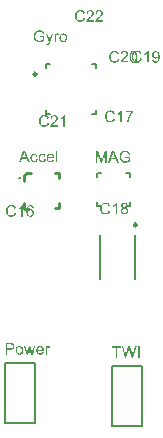
<source format=gto>
%FSAX24Y24*%
%MOIN*%
G70*
G01*
G75*
%ADD10R,0.0177X0.0114*%
%ADD11R,0.0114X0.0177*%
%ADD12R,0.0315X0.0114*%
%ADD13R,0.0126X0.0354*%
%ADD14O,0.0116X0.0354*%
%ADD15O,0.0354X0.0116*%
%ADD16R,0.0433X0.0551*%
%ADD17R,0.0866X0.0787*%
%ADD18R,0.0551X0.0433*%
%ADD19C,0.0100*%
%ADD20C,0.0080*%
%ADD21C,0.0591*%
%ADD22R,0.0591X0.0591*%
%ADD23C,0.0350*%
%ADD24C,0.0098*%
%ADD25C,0.0079*%
G36*
X025879Y043365D02*
X025881D01*
X025885Y043365D01*
X025895Y043363D01*
X025905Y043361D01*
X025917Y043357D01*
X025929Y043352D01*
X025940Y043345D01*
X025941D01*
X025941Y043344D01*
X025943Y043343D01*
X025945Y043341D01*
X025951Y043337D01*
X025958Y043331D01*
X025965Y043322D01*
X025974Y043312D01*
X025981Y043301D01*
X025987Y043287D01*
Y043287D01*
X025988Y043286D01*
X025989Y043284D01*
X025990Y043281D01*
X025991Y043277D01*
X025993Y043272D01*
X025994Y043266D01*
X025996Y043260D01*
X025997Y043253D01*
X025999Y043245D01*
X026000Y043236D01*
X026001Y043226D01*
X026002Y043216D01*
X026004Y043205D01*
X026004Y043193D01*
Y043180D01*
Y043179D01*
Y043176D01*
Y043173D01*
Y043168D01*
X026004Y043161D01*
Y043154D01*
X026003Y043146D01*
X026002Y043138D01*
X026000Y043119D01*
X025997Y043099D01*
X025994Y043080D01*
X025991Y043070D01*
X025988Y043062D01*
Y043062D01*
X025987Y043060D01*
X025986Y043058D01*
X025985Y043055D01*
X025984Y043052D01*
X025981Y043047D01*
X025976Y043038D01*
X025969Y043027D01*
X025961Y043016D01*
X025951Y043006D01*
X025940Y042996D01*
X025940D01*
X025939Y042995D01*
X025937Y042994D01*
X025935Y042993D01*
X025931Y042991D01*
X025928Y042989D01*
X025924Y042987D01*
X025919Y042985D01*
X025909Y042981D01*
X025896Y042977D01*
X025882Y042974D01*
X025866Y042973D01*
X025862D01*
X025859Y042974D01*
X025855D01*
X025851Y042974D01*
X025840Y042977D01*
X025829Y042979D01*
X025816Y042984D01*
X025804Y042990D01*
X025798Y042994D01*
X025793Y042998D01*
X025792Y042999D01*
X025791Y042999D01*
X025790Y043001D01*
X025788Y043003D01*
X025786Y043006D01*
X025783Y043009D01*
X025778Y043017D01*
X025772Y043027D01*
X025767Y043039D01*
X025762Y043053D01*
X025759Y043069D01*
X025804Y043073D01*
Y043072D01*
X025805Y043071D01*
Y043070D01*
X025805Y043068D01*
X025807Y043062D01*
X025809Y043055D01*
X025812Y043047D01*
X025816Y043039D01*
X025820Y043032D01*
X025826Y043026D01*
X025826Y043026D01*
X025829Y043024D01*
X025833Y043022D01*
X025837Y043019D01*
X025843Y043017D01*
X025850Y043014D01*
X025859Y043013D01*
X025868Y043012D01*
X025871D01*
X025875Y043013D01*
X025880Y043013D01*
X025886Y043014D01*
X025893Y043016D01*
X025899Y043018D01*
X025905Y043022D01*
X025906Y043022D01*
X025908Y043023D01*
X025911Y043026D01*
X025915Y043029D01*
X025919Y043033D01*
X025924Y043037D01*
X025928Y043042D01*
X025932Y043048D01*
X025933Y043049D01*
X025934Y043052D01*
X025936Y043055D01*
X025939Y043060D01*
X025941Y043067D01*
X025944Y043075D01*
X025947Y043084D01*
X025950Y043094D01*
Y043094D01*
X025950Y043095D01*
Y043097D01*
X025951Y043099D01*
X025952Y043104D01*
X025954Y043112D01*
X025955Y043120D01*
X025956Y043130D01*
X025956Y043140D01*
X025957Y043151D01*
Y043152D01*
Y043154D01*
Y043156D01*
Y043161D01*
X025956Y043160D01*
X025954Y043157D01*
X025951Y043153D01*
X025947Y043148D01*
X025941Y043142D01*
X025935Y043136D01*
X025927Y043130D01*
X025918Y043124D01*
X025917Y043124D01*
X025914Y043122D01*
X025909Y043120D01*
X025903Y043118D01*
X025894Y043115D01*
X025885Y043113D01*
X025875Y043111D01*
X025865Y043110D01*
X025860D01*
X025857Y043111D01*
X025853Y043112D01*
X025848Y043112D01*
X025843Y043113D01*
X025837Y043115D01*
X025824Y043119D01*
X025818Y043122D01*
X025811Y043125D01*
X025804Y043129D01*
X025797Y043134D01*
X025790Y043139D01*
X025784Y043145D01*
X025784Y043145D01*
X025783Y043147D01*
X025782Y043148D01*
X025779Y043151D01*
X025777Y043155D01*
X025774Y043159D01*
X025771Y043164D01*
X025768Y043169D01*
X025765Y043175D01*
X025762Y043182D01*
X025759Y043190D01*
X025757Y043198D01*
X025754Y043206D01*
X025753Y043216D01*
X025752Y043225D01*
X025752Y043236D01*
Y043236D01*
Y043239D01*
Y043241D01*
X025752Y043245D01*
X025753Y043250D01*
X025753Y043256D01*
X025754Y043262D01*
X025756Y043270D01*
X025760Y043284D01*
X025763Y043292D01*
X025766Y043300D01*
X025770Y043308D01*
X025775Y043315D01*
X025780Y043323D01*
X025786Y043330D01*
X025787Y043330D01*
X025788Y043331D01*
X025789Y043333D01*
X025792Y043335D01*
X025795Y043338D01*
X025800Y043341D01*
X025804Y043344D01*
X025810Y043348D01*
X025815Y043351D01*
X025822Y043354D01*
X025837Y043360D01*
X025845Y043362D01*
X025854Y043364D01*
X025863Y043365D01*
X025872Y043366D01*
X025876D01*
X025879Y043365D01*
D02*
G37*
G36*
X021775Y033245D02*
X021727D01*
X021683Y033412D01*
X021671Y033459D01*
X021615Y033245D01*
X021565D01*
X021481Y033524D01*
X021530D01*
X021575Y033363D01*
X021590Y033303D01*
Y033303D01*
X021591Y033304D01*
X021591Y033307D01*
X021592Y033309D01*
X021593Y033312D01*
X021593Y033315D01*
X021594Y033319D01*
X021595Y033323D01*
X021597Y033329D01*
X021599Y033335D01*
X021600Y033342D01*
X021603Y033350D01*
X021605Y033360D01*
X021649Y033524D01*
X021697D01*
X021739Y033362D01*
X021753Y033308D01*
X021769Y033362D01*
X021817Y033524D01*
X021863D01*
X021775Y033245D01*
D02*
G37*
G36*
X025631Y042980D02*
X025583D01*
Y043280D01*
X025583Y043280D01*
X025580Y043277D01*
X025577Y043274D01*
X025571Y043270D01*
X025565Y043265D01*
X025557Y043260D01*
X025548Y043254D01*
X025538Y043248D01*
X025538D01*
X025537Y043247D01*
X025534Y043245D01*
X025528Y043242D01*
X025522Y043239D01*
X025514Y043235D01*
X025506Y043231D01*
X025497Y043227D01*
X025489Y043224D01*
Y043269D01*
X025490D01*
X025491Y043270D01*
X025493Y043271D01*
X025496Y043272D01*
X025499Y043274D01*
X025503Y043276D01*
X025512Y043282D01*
X025523Y043288D01*
X025535Y043296D01*
X025546Y043305D01*
X025558Y043314D01*
X025558Y043315D01*
X025559Y043315D01*
X025561Y043317D01*
X025563Y043319D01*
X025568Y043324D01*
X025575Y043331D01*
X025581Y043339D01*
X025588Y043347D01*
X025594Y043356D01*
X025600Y043366D01*
X025631D01*
Y042980D01*
D02*
G37*
G36*
X022170Y041230D02*
X022175Y041230D01*
X022181Y041229D01*
X022188Y041228D01*
X022195Y041227D01*
X022210Y041224D01*
X022226Y041219D01*
X022235Y041215D01*
X022243Y041211D01*
X022250Y041206D01*
X022258Y041201D01*
X022259Y041201D01*
X022260Y041200D01*
X022262Y041199D01*
X022265Y041196D01*
X022267Y041193D01*
X022271Y041189D01*
X022275Y041185D01*
X022280Y041180D01*
X022284Y041175D01*
X022289Y041168D01*
X022294Y041161D01*
X022298Y041154D01*
X022302Y041146D01*
X022306Y041137D01*
X022310Y041129D01*
X022313Y041119D01*
X022263Y041107D01*
Y041108D01*
X022262Y041109D01*
X022261Y041111D01*
X022260Y041114D01*
X022259Y041117D01*
X022257Y041121D01*
X022253Y041130D01*
X022248Y041140D01*
X022241Y041150D01*
X022233Y041160D01*
X022224Y041168D01*
X022223Y041169D01*
X022219Y041171D01*
X022214Y041174D01*
X022206Y041178D01*
X022197Y041181D01*
X022186Y041185D01*
X022174Y041187D01*
X022160Y041187D01*
X022155D01*
X022153Y041187D01*
X022149D01*
X022144Y041186D01*
X022134Y041185D01*
X022122Y041182D01*
X022110Y041179D01*
X022097Y041173D01*
X022085Y041166D01*
X022085D01*
X022084Y041165D01*
X022080Y041162D01*
X022075Y041157D01*
X022069Y041151D01*
X022062Y041142D01*
X022055Y041133D01*
X022049Y041121D01*
X022044Y041109D01*
Y041108D01*
X022043Y041107D01*
X022043Y041105D01*
X022042Y041103D01*
X022041Y041099D01*
X022040Y041095D01*
X022038Y041086D01*
X022036Y041075D01*
X022034Y041063D01*
X022033Y041049D01*
X022032Y041035D01*
Y041034D01*
Y041033D01*
Y041030D01*
Y041026D01*
X022033Y041023D01*
Y041018D01*
X022033Y041012D01*
X022034Y041006D01*
X022036Y040993D01*
X022038Y040978D01*
X022042Y040964D01*
X022046Y040949D01*
Y040949D01*
X022047Y040948D01*
X022048Y040946D01*
X022049Y040943D01*
X022052Y040937D01*
X022057Y040929D01*
X022063Y040920D01*
X022071Y040910D01*
X022080Y040902D01*
X022090Y040894D01*
X022091D01*
X022092Y040894D01*
X022094Y040893D01*
X022096Y040892D01*
X022099Y040890D01*
X022102Y040889D01*
X022110Y040886D01*
X022120Y040882D01*
X022131Y040879D01*
X022143Y040877D01*
X022156Y040877D01*
X022160D01*
X022163Y040877D01*
X022167D01*
X022171Y040878D01*
X022181Y040880D01*
X022193Y040883D01*
X022204Y040887D01*
X022216Y040893D01*
X022223Y040897D01*
X022228Y040901D01*
X022229Y040902D01*
X022229Y040902D01*
X022231Y040904D01*
X022233Y040905D01*
X022235Y040908D01*
X022238Y040912D01*
X022241Y040915D01*
X022244Y040919D01*
X022248Y040924D01*
X022251Y040930D01*
X022255Y040935D01*
X022258Y040942D01*
X022261Y040949D01*
X022264Y040957D01*
X022266Y040965D01*
X022269Y040974D01*
X022320Y040962D01*
Y040961D01*
X022319Y040959D01*
X022318Y040955D01*
X022316Y040951D01*
X022315Y040946D01*
X022312Y040940D01*
X022310Y040933D01*
X022306Y040926D01*
X022299Y040910D01*
X022289Y040895D01*
X022282Y040887D01*
X022276Y040879D01*
X022270Y040873D01*
X022262Y040866D01*
X022261Y040866D01*
X022260Y040864D01*
X022257Y040863D01*
X022255Y040861D01*
X022250Y040858D01*
X022246Y040856D01*
X022240Y040853D01*
X022234Y040850D01*
X022226Y040847D01*
X022219Y040844D01*
X022210Y040841D01*
X022201Y040838D01*
X022192Y040836D01*
X022182Y040835D01*
X022171Y040834D01*
X022160Y040833D01*
X022154D01*
X022150Y040834D01*
X022145D01*
X022139Y040834D01*
X022132Y040836D01*
X022124Y040837D01*
X022108Y040839D01*
X022092Y040844D01*
X022075Y040850D01*
X022067Y040854D01*
X022059Y040858D01*
X022059Y040859D01*
X022058Y040859D01*
X022055Y040861D01*
X022053Y040863D01*
X022050Y040866D01*
X022046Y040869D01*
X022042Y040873D01*
X022037Y040877D01*
X022033Y040882D01*
X022028Y040887D01*
X022018Y040900D01*
X022008Y040915D01*
X022000Y040932D01*
Y040932D01*
X021999Y040934D01*
X021998Y040937D01*
X021997Y040940D01*
X021996Y040944D01*
X021994Y040950D01*
X021992Y040956D01*
X021990Y040963D01*
X021988Y040970D01*
X021986Y040978D01*
X021983Y040995D01*
X021981Y041015D01*
X021980Y041035D01*
Y041035D01*
Y041038D01*
Y041041D01*
X021981Y041045D01*
Y041050D01*
X021981Y041056D01*
X021982Y041063D01*
X021983Y041070D01*
X021986Y041086D01*
X021989Y041104D01*
X021995Y041122D01*
X022003Y041139D01*
X022003Y041140D01*
X022004Y041141D01*
X022005Y041144D01*
X022007Y041146D01*
X022009Y041150D01*
X022012Y041155D01*
X022019Y041165D01*
X022029Y041176D01*
X022040Y041187D01*
X022053Y041198D01*
X022068Y041207D01*
X022068Y041208D01*
X022070Y041209D01*
X022072Y041210D01*
X022075Y041211D01*
X022079Y041213D01*
X022084Y041215D01*
X022089Y041217D01*
X022095Y041219D01*
X022102Y041221D01*
X022109Y041224D01*
X022125Y041227D01*
X022143Y041230D01*
X022161Y041231D01*
X022166D01*
X022170Y041230D01*
D02*
G37*
G36*
X024839Y043365D02*
X024844Y043365D01*
X024849Y043364D01*
X024856Y043363D01*
X024862Y043362D01*
X024876Y043358D01*
X024891Y043352D01*
X024898Y043349D01*
X024905Y043345D01*
X024912Y043340D01*
X024918Y043335D01*
X024918Y043334D01*
X024919Y043334D01*
X024921Y043331D01*
X024923Y043329D01*
X024925Y043326D01*
X024928Y043322D01*
X024931Y043319D01*
X024934Y043314D01*
X024940Y043303D01*
X024945Y043290D01*
X024948Y043283D01*
X024949Y043275D01*
X024950Y043267D01*
X024950Y043259D01*
Y043258D01*
Y043255D01*
X024950Y043251D01*
X024949Y043245D01*
X024948Y043238D01*
X024946Y043230D01*
X024944Y043222D01*
X024940Y043214D01*
X024940Y043213D01*
X024939Y043210D01*
X024937Y043205D01*
X024933Y043199D01*
X024929Y043193D01*
X024923Y043184D01*
X024917Y043176D01*
X024909Y043166D01*
X024908Y043165D01*
X024905Y043162D01*
X024902Y043159D01*
X024899Y043156D01*
X024896Y043153D01*
X024892Y043149D01*
X024887Y043144D01*
X024882Y043139D01*
X024876Y043134D01*
X024869Y043128D01*
X024862Y043122D01*
X024854Y043114D01*
X024846Y043107D01*
X024837Y043099D01*
X024836Y043099D01*
X024835Y043098D01*
X024833Y043096D01*
X024830Y043094D01*
X024827Y043090D01*
X024823Y043087D01*
X024814Y043080D01*
X024805Y043072D01*
X024796Y043063D01*
X024788Y043056D01*
X024785Y043053D01*
X024782Y043050D01*
X024781Y043050D01*
X024780Y043048D01*
X024777Y043046D01*
X024775Y043043D01*
X024772Y043039D01*
X024768Y043035D01*
X024762Y043026D01*
X024951D01*
Y042980D01*
X024696D01*
Y042981D01*
Y042983D01*
Y042986D01*
X024697Y042991D01*
X024697Y042996D01*
X024699Y043001D01*
X024700Y043007D01*
X024702Y043013D01*
Y043013D01*
X024702Y043014D01*
X024704Y043017D01*
X024706Y043022D01*
X024709Y043029D01*
X024713Y043037D01*
X024719Y043045D01*
X024725Y043054D01*
X024733Y043064D01*
Y043064D01*
X024734Y043065D01*
X024737Y043068D01*
X024742Y043073D01*
X024749Y043080D01*
X024757Y043089D01*
X024768Y043099D01*
X024781Y043110D01*
X024795Y043122D01*
X024795Y043122D01*
X024797Y043124D01*
X024801Y043127D01*
X024805Y043130D01*
X024810Y043134D01*
X024816Y043139D01*
X024822Y043145D01*
X024829Y043151D01*
X024843Y043164D01*
X024857Y043178D01*
X024863Y043184D01*
X024869Y043191D01*
X024875Y043197D01*
X024879Y043203D01*
Y043204D01*
X024881Y043204D01*
X024882Y043206D01*
X024883Y043208D01*
X024887Y043214D01*
X024891Y043221D01*
X024895Y043230D01*
X024899Y043240D01*
X024901Y043250D01*
X024902Y043260D01*
Y043261D01*
Y043261D01*
X024902Y043265D01*
X024901Y043270D01*
X024899Y043276D01*
X024897Y043284D01*
X024893Y043292D01*
X024888Y043300D01*
X024882Y043307D01*
X024881Y043309D01*
X024878Y043311D01*
X024874Y043314D01*
X024868Y043317D01*
X024860Y043321D01*
X024851Y043324D01*
X024841Y043326D01*
X024829Y043327D01*
X024826D01*
X024823Y043326D01*
X024817Y043326D01*
X024809Y043324D01*
X024801Y043322D01*
X024791Y043318D01*
X024782Y043313D01*
X024774Y043306D01*
X024773Y043305D01*
X024771Y043302D01*
X024767Y043298D01*
X024764Y043291D01*
X024760Y043284D01*
X024757Y043274D01*
X024755Y043262D01*
X024753Y043250D01*
X024705Y043255D01*
Y043255D01*
X024706Y043257D01*
Y043260D01*
X024706Y043264D01*
X024707Y043268D01*
X024708Y043273D01*
X024710Y043279D01*
X024712Y043285D01*
X024716Y043299D01*
X024723Y043312D01*
X024727Y043319D01*
X024732Y043325D01*
X024737Y043331D01*
X024742Y043337D01*
X024743Y043337D01*
X024744Y043338D01*
X024746Y043340D01*
X024748Y043341D01*
X024752Y043344D01*
X024756Y043346D01*
X024760Y043349D01*
X024766Y043351D01*
X024772Y043354D01*
X024778Y043357D01*
X024786Y043359D01*
X024793Y043361D01*
X024802Y043363D01*
X024811Y043365D01*
X024820Y043365D01*
X024830Y043366D01*
X024836D01*
X024839Y043365D01*
D02*
G37*
G36*
X024581Y037920D02*
X024533D01*
Y038220D01*
X024533Y038220D01*
X024530Y038217D01*
X024527Y038214D01*
X024521Y038210D01*
X024515Y038205D01*
X024507Y038200D01*
X024498Y038194D01*
X024488Y038188D01*
X024488D01*
X024487Y038187D01*
X024484Y038185D01*
X024478Y038182D01*
X024472Y038179D01*
X024464Y038175D01*
X024456Y038171D01*
X024447Y038167D01*
X024439Y038164D01*
Y038209D01*
X024440D01*
X024441Y038210D01*
X024443Y038211D01*
X024446Y038212D01*
X024449Y038214D01*
X024453Y038216D01*
X024462Y038222D01*
X024473Y038228D01*
X024485Y038236D01*
X024496Y038245D01*
X024508Y038254D01*
X024508Y038255D01*
X024509Y038255D01*
X024511Y038257D01*
X024513Y038259D01*
X024518Y038264D01*
X024525Y038271D01*
X024531Y038279D01*
X024538Y038287D01*
X024544Y038296D01*
X024550Y038306D01*
X024581D01*
Y037920D01*
D02*
G37*
G36*
X021031Y033629D02*
X021040Y033628D01*
X021050Y033627D01*
X021060Y033626D01*
X021068Y033625D01*
X021069D01*
X021073Y033624D01*
X021078Y033623D01*
X021085Y033621D01*
X021092Y033619D01*
X021100Y033615D01*
X021108Y033611D01*
X021115Y033607D01*
X021116Y033606D01*
X021119Y033605D01*
X021122Y033601D01*
X021126Y033597D01*
X021131Y033592D01*
X021136Y033586D01*
X021142Y033579D01*
X021146Y033570D01*
X021147Y033569D01*
X021148Y033566D01*
X021150Y033561D01*
X021152Y033555D01*
X021154Y033547D01*
X021156Y033538D01*
X021157Y033528D01*
X021158Y033518D01*
Y033517D01*
Y033515D01*
Y033513D01*
X021157Y033509D01*
X021157Y033505D01*
X021156Y033500D01*
X021155Y033495D01*
X021154Y033489D01*
X021150Y033476D01*
X021148Y033469D01*
X021145Y033462D01*
X021141Y033455D01*
X021137Y033448D01*
X021132Y033441D01*
X021126Y033435D01*
X021126Y033434D01*
X021125Y033433D01*
X021123Y033431D01*
X021120Y033430D01*
X021117Y033427D01*
X021113Y033424D01*
X021107Y033421D01*
X021101Y033418D01*
X021094Y033415D01*
X021085Y033412D01*
X021076Y033409D01*
X021066Y033407D01*
X021055Y033404D01*
X021043Y033403D01*
X021029Y033402D01*
X021014Y033401D01*
X020916D01*
Y033245D01*
X020865D01*
Y033629D01*
X021023D01*
X021031Y033629D01*
D02*
G37*
G36*
X024835Y038305D02*
X024839Y038305D01*
X024844Y038304D01*
X024850Y038304D01*
X024855Y038302D01*
X024869Y038299D01*
X024882Y038294D01*
X024889Y038290D01*
X024895Y038286D01*
X024901Y038281D01*
X024907Y038276D01*
X024908Y038276D01*
X024909Y038275D01*
X024910Y038274D01*
X024912Y038271D01*
X024915Y038268D01*
X024917Y038265D01*
X024923Y038256D01*
X024929Y038246D01*
X024934Y038234D01*
X024937Y038220D01*
X024938Y038212D01*
X024939Y038205D01*
Y038204D01*
Y038204D01*
Y038200D01*
X024938Y038195D01*
X024937Y038189D01*
X024935Y038181D01*
X024932Y038174D01*
X024929Y038166D01*
X024924Y038158D01*
X024924Y038157D01*
X024921Y038155D01*
X024918Y038151D01*
X024914Y038147D01*
X024907Y038142D01*
X024900Y038137D01*
X024892Y038132D01*
X024882Y038128D01*
X024882D01*
X024884Y038127D01*
X024885Y038126D01*
X024887Y038125D01*
X024894Y038123D01*
X024902Y038119D01*
X024910Y038113D01*
X024919Y038107D01*
X024927Y038099D01*
X024935Y038090D01*
Y038090D01*
X024936Y038089D01*
X024938Y038086D01*
X024941Y038080D01*
X024945Y038073D01*
X024948Y038064D01*
X024951Y038054D01*
X024954Y038042D01*
X024954Y038029D01*
Y038029D01*
Y038027D01*
Y038024D01*
X024954Y038021D01*
X024953Y038017D01*
X024952Y038012D01*
X024951Y038007D01*
X024950Y038000D01*
X024946Y037988D01*
X024943Y037980D01*
X024939Y037974D01*
X024935Y037967D01*
X024931Y037960D01*
X024925Y037953D01*
X024919Y037947D01*
X024919Y037946D01*
X024917Y037945D01*
X024916Y037943D01*
X024913Y037942D01*
X024909Y037939D01*
X024905Y037936D01*
X024900Y037933D01*
X024895Y037930D01*
X024889Y037927D01*
X024881Y037924D01*
X024874Y037921D01*
X024866Y037918D01*
X024857Y037917D01*
X024848Y037915D01*
X024838Y037914D01*
X024828Y037913D01*
X024822D01*
X024818Y037914D01*
X024813Y037914D01*
X024808Y037915D01*
X024801Y037916D01*
X024795Y037918D01*
X024780Y037922D01*
X024772Y037924D01*
X024765Y037927D01*
X024757Y037931D01*
X024749Y037936D01*
X024742Y037941D01*
X024735Y037947D01*
X024735Y037947D01*
X024734Y037948D01*
X024732Y037950D01*
X024730Y037953D01*
X024728Y037956D01*
X024724Y037960D01*
X024722Y037964D01*
X024718Y037970D01*
X024715Y037975D01*
X024712Y037982D01*
X024707Y037996D01*
X024704Y038004D01*
X024703Y038013D01*
X024702Y038022D01*
X024701Y038030D01*
Y038031D01*
Y038032D01*
Y038034D01*
X024702Y038037D01*
Y038040D01*
X024702Y038044D01*
X024703Y038053D01*
X024705Y038063D01*
X024709Y038073D01*
X024714Y038083D01*
X024720Y038093D01*
Y038094D01*
X024721Y038094D01*
X024723Y038097D01*
X024728Y038101D01*
X024734Y038107D01*
X024741Y038113D01*
X024751Y038119D01*
X024761Y038124D01*
X024774Y038128D01*
X024774D01*
X024773Y038128D01*
X024771Y038129D01*
X024769Y038130D01*
X024764Y038132D01*
X024758Y038135D01*
X024750Y038140D01*
X024743Y038145D01*
X024737Y038151D01*
X024730Y038158D01*
X024730Y038159D01*
X024728Y038161D01*
X024726Y038166D01*
X024724Y038171D01*
X024721Y038179D01*
X024719Y038187D01*
X024717Y038196D01*
X024717Y038206D01*
Y038207D01*
Y038208D01*
Y038210D01*
X024717Y038214D01*
X024718Y038217D01*
X024718Y038221D01*
X024720Y038231D01*
X024724Y038242D01*
X024729Y038254D01*
X024733Y038260D01*
X024737Y038266D01*
X024741Y038271D01*
X024746Y038277D01*
X024747Y038277D01*
X024748Y038278D01*
X024750Y038280D01*
X024752Y038281D01*
X024755Y038284D01*
X024759Y038286D01*
X024763Y038289D01*
X024768Y038291D01*
X024773Y038294D01*
X024779Y038297D01*
X024786Y038299D01*
X024793Y038301D01*
X024809Y038305D01*
X024818Y038305D01*
X024826Y038306D01*
X024831D01*
X024835Y038305D01*
D02*
G37*
G36*
X024510Y043370D02*
X024515Y043370D01*
X024521Y043369D01*
X024528Y043369D01*
X024535Y043367D01*
X024550Y043363D01*
X024566Y043359D01*
X024575Y043355D01*
X024583Y043351D01*
X024590Y043346D01*
X024598Y043341D01*
X024599Y043341D01*
X024600Y043340D01*
X024602Y043339D01*
X024605Y043336D01*
X024607Y043333D01*
X024611Y043329D01*
X024615Y043325D01*
X024620Y043320D01*
X024624Y043315D01*
X024629Y043308D01*
X024634Y043301D01*
X024638Y043294D01*
X024642Y043286D01*
X024646Y043277D01*
X024650Y043269D01*
X024653Y043259D01*
X024603Y043247D01*
Y043248D01*
X024602Y043249D01*
X024601Y043251D01*
X024600Y043254D01*
X024599Y043257D01*
X024597Y043261D01*
X024593Y043270D01*
X024588Y043280D01*
X024581Y043290D01*
X024573Y043300D01*
X024564Y043308D01*
X024563Y043309D01*
X024559Y043311D01*
X024554Y043314D01*
X024546Y043318D01*
X024537Y043321D01*
X024526Y043325D01*
X024514Y043327D01*
X024500Y043327D01*
X024495D01*
X024493Y043327D01*
X024489D01*
X024484Y043326D01*
X024474Y043325D01*
X024462Y043322D01*
X024450Y043319D01*
X024437Y043313D01*
X024425Y043306D01*
X024425D01*
X024424Y043305D01*
X024420Y043302D01*
X024415Y043297D01*
X024409Y043291D01*
X024402Y043282D01*
X024395Y043273D01*
X024389Y043261D01*
X024384Y043249D01*
Y043248D01*
X024383Y043247D01*
X024383Y043245D01*
X024382Y043243D01*
X024381Y043239D01*
X024380Y043235D01*
X024378Y043226D01*
X024376Y043215D01*
X024374Y043203D01*
X024373Y043189D01*
X024372Y043175D01*
Y043174D01*
Y043173D01*
Y043170D01*
Y043166D01*
X024373Y043163D01*
Y043158D01*
X024373Y043152D01*
X024374Y043146D01*
X024376Y043133D01*
X024378Y043118D01*
X024382Y043104D01*
X024386Y043089D01*
Y043089D01*
X024387Y043088D01*
X024388Y043086D01*
X024389Y043083D01*
X024392Y043077D01*
X024397Y043069D01*
X024403Y043060D01*
X024411Y043050D01*
X024420Y043042D01*
X024430Y043034D01*
X024431D01*
X024432Y043034D01*
X024434Y043033D01*
X024436Y043032D01*
X024439Y043031D01*
X024442Y043029D01*
X024450Y043026D01*
X024460Y043022D01*
X024471Y043019D01*
X024483Y043017D01*
X024496Y043017D01*
X024500D01*
X024503Y043017D01*
X024507D01*
X024511Y043018D01*
X024521Y043020D01*
X024533Y043023D01*
X024544Y043027D01*
X024556Y043033D01*
X024563Y043037D01*
X024568Y043041D01*
X024569Y043042D01*
X024569Y043042D01*
X024571Y043044D01*
X024573Y043045D01*
X024575Y043048D01*
X024578Y043052D01*
X024581Y043055D01*
X024584Y043059D01*
X024588Y043064D01*
X024591Y043070D01*
X024595Y043075D01*
X024598Y043082D01*
X024601Y043089D01*
X024604Y043097D01*
X024606Y043105D01*
X024609Y043114D01*
X024660Y043102D01*
Y043101D01*
X024659Y043099D01*
X024658Y043095D01*
X024656Y043091D01*
X024655Y043086D01*
X024652Y043080D01*
X024650Y043073D01*
X024646Y043066D01*
X024639Y043050D01*
X024629Y043035D01*
X024622Y043027D01*
X024616Y043019D01*
X024610Y043013D01*
X024602Y043006D01*
X024601Y043006D01*
X024600Y043004D01*
X024597Y043003D01*
X024595Y043001D01*
X024590Y042998D01*
X024586Y042996D01*
X024580Y042993D01*
X024574Y042990D01*
X024566Y042987D01*
X024559Y042984D01*
X024550Y042981D01*
X024541Y042978D01*
X024532Y042976D01*
X024522Y042975D01*
X024511Y042974D01*
X024500Y042973D01*
X024494D01*
X024490Y042974D01*
X024485D01*
X024479Y042974D01*
X024472Y042976D01*
X024464Y042977D01*
X024448Y042979D01*
X024432Y042984D01*
X024415Y042990D01*
X024407Y042994D01*
X024399Y042998D01*
X024399Y042999D01*
X024398Y042999D01*
X024395Y043001D01*
X024393Y043003D01*
X024390Y043006D01*
X024386Y043009D01*
X024382Y043013D01*
X024377Y043017D01*
X024373Y043022D01*
X024368Y043027D01*
X024358Y043040D01*
X024348Y043055D01*
X024340Y043072D01*
Y043072D01*
X024339Y043074D01*
X024338Y043077D01*
X024337Y043080D01*
X024336Y043084D01*
X024334Y043090D01*
X024332Y043096D01*
X024330Y043103D01*
X024328Y043110D01*
X024326Y043118D01*
X024323Y043135D01*
X024321Y043155D01*
X024320Y043175D01*
Y043175D01*
Y043178D01*
Y043181D01*
X024321Y043185D01*
Y043190D01*
X024321Y043196D01*
X024322Y043203D01*
X024323Y043210D01*
X024326Y043226D01*
X024329Y043244D01*
X024335Y043262D01*
X024343Y043279D01*
X024343Y043280D01*
X024344Y043281D01*
X024345Y043284D01*
X024347Y043286D01*
X024349Y043290D01*
X024352Y043295D01*
X024359Y043305D01*
X024369Y043316D01*
X024380Y043327D01*
X024393Y043338D01*
X024408Y043347D01*
X024408Y043348D01*
X024410Y043349D01*
X024412Y043350D01*
X024415Y043351D01*
X024419Y043353D01*
X024424Y043355D01*
X024429Y043357D01*
X024435Y043359D01*
X024442Y043361D01*
X024449Y043363D01*
X024465Y043367D01*
X024483Y043370D01*
X024501Y043371D01*
X024506D01*
X024510Y043370D01*
D02*
G37*
G36*
X025260D02*
X025265Y043370D01*
X025271Y043369D01*
X025278Y043369D01*
X025285Y043367D01*
X025300Y043363D01*
X025316Y043359D01*
X025325Y043355D01*
X025333Y043351D01*
X025340Y043346D01*
X025348Y043341D01*
X025349Y043341D01*
X025350Y043340D01*
X025352Y043339D01*
X025355Y043336D01*
X025357Y043333D01*
X025361Y043329D01*
X025365Y043325D01*
X025370Y043320D01*
X025374Y043315D01*
X025379Y043308D01*
X025384Y043301D01*
X025388Y043294D01*
X025392Y043286D01*
X025396Y043277D01*
X025400Y043269D01*
X025403Y043259D01*
X025353Y043247D01*
Y043248D01*
X025352Y043249D01*
X025351Y043251D01*
X025350Y043254D01*
X025349Y043257D01*
X025347Y043261D01*
X025343Y043270D01*
X025338Y043280D01*
X025331Y043290D01*
X025323Y043300D01*
X025314Y043308D01*
X025313Y043309D01*
X025309Y043311D01*
X025304Y043314D01*
X025296Y043318D01*
X025287Y043321D01*
X025276Y043325D01*
X025264Y043327D01*
X025250Y043327D01*
X025245D01*
X025243Y043327D01*
X025239D01*
X025234Y043326D01*
X025224Y043325D01*
X025215Y043323D01*
X025220Y043317D01*
X025220Y043316D01*
X025222Y043313D01*
X025225Y043308D01*
X025229Y043301D01*
X025232Y043292D01*
X025236Y043283D01*
X025240Y043272D01*
X025244Y043260D01*
Y043259D01*
X025244Y043258D01*
X025245Y043256D01*
X025245Y043254D01*
X025246Y043250D01*
X025246Y043246D01*
X025247Y043241D01*
X025248Y043236D01*
X025249Y043230D01*
X025250Y043223D01*
X025250Y043215D01*
X025251Y043208D01*
X025252Y043199D01*
Y043190D01*
X025252Y043180D01*
Y043169D01*
Y043169D01*
Y043166D01*
Y043163D01*
Y043158D01*
X025252Y043152D01*
Y043145D01*
X025251Y043138D01*
X025251Y043130D01*
X025249Y043113D01*
X025246Y043094D01*
X025243Y043077D01*
X025241Y043068D01*
X025238Y043060D01*
Y043059D01*
X025237Y043058D01*
X025236Y043056D01*
X025235Y043053D01*
X025234Y043049D01*
X025232Y043045D01*
X025227Y043036D01*
X025222Y043026D01*
X025218Y043020D01*
X025221Y043019D01*
X025233Y043017D01*
X025246Y043017D01*
X025250D01*
X025253Y043017D01*
X025257D01*
X025261Y043018D01*
X025271Y043020D01*
X025283Y043023D01*
X025294Y043027D01*
X025306Y043033D01*
X025313Y043037D01*
X025318Y043041D01*
X025319Y043042D01*
X025319Y043042D01*
X025321Y043044D01*
X025323Y043045D01*
X025325Y043048D01*
X025328Y043052D01*
X025331Y043055D01*
X025334Y043059D01*
X025338Y043064D01*
X025341Y043070D01*
X025345Y043075D01*
X025348Y043082D01*
X025351Y043089D01*
X025354Y043097D01*
X025356Y043105D01*
X025359Y043114D01*
X025410Y043102D01*
Y043101D01*
X025409Y043099D01*
X025408Y043095D01*
X025406Y043091D01*
X025405Y043086D01*
X025402Y043080D01*
X025400Y043073D01*
X025396Y043066D01*
X025389Y043050D01*
X025379Y043035D01*
X025372Y043027D01*
X025366Y043019D01*
X025360Y043013D01*
X025352Y043006D01*
X025351Y043006D01*
X025350Y043004D01*
X025347Y043003D01*
X025345Y043001D01*
X025340Y042998D01*
X025336Y042996D01*
X025330Y042993D01*
X025324Y042990D01*
X025316Y042987D01*
X025309Y042984D01*
X025300Y042981D01*
X025291Y042978D01*
X025282Y042976D01*
X025272Y042975D01*
X025261Y042974D01*
X025250Y042973D01*
X025244D01*
X025240Y042974D01*
X025235D01*
X025229Y042974D01*
X025222Y042976D01*
X025214Y042977D01*
X025198Y042979D01*
X025182Y042984D01*
X025179Y042985D01*
X025177Y042984D01*
X025167Y042981D01*
X025156Y042977D01*
X025142Y042974D01*
X025127Y042973D01*
X025121D01*
X025118Y042974D01*
X025113Y042974D01*
X025108Y042976D01*
X025101Y042977D01*
X025095Y042978D01*
X025088Y042981D01*
X025081Y042983D01*
X025074Y042986D01*
X025066Y042990D01*
X025059Y042994D01*
X025052Y043000D01*
X025045Y043006D01*
X025039Y043013D01*
X025039Y043013D01*
X025038Y043015D01*
X025036Y043018D01*
X025033Y043022D01*
X025030Y043027D01*
X025028Y043034D01*
X025024Y043042D01*
X025020Y043050D01*
X025017Y043060D01*
X025014Y043072D01*
X025010Y043085D01*
X025008Y043099D01*
X025005Y043115D01*
X025003Y043132D01*
X025002Y043150D01*
X025002Y043169D01*
Y043170D01*
Y043172D01*
Y043176D01*
Y043180D01*
X025002Y043186D01*
Y043193D01*
X025003Y043200D01*
X025003Y043209D01*
X025005Y043226D01*
X025008Y043244D01*
X025011Y043262D01*
X025013Y043271D01*
X025015Y043279D01*
Y043280D01*
X025016Y043281D01*
X025017Y043283D01*
X025018Y043286D01*
X025019Y043290D01*
X025022Y043294D01*
X025026Y043303D01*
X025032Y043313D01*
X025039Y043324D01*
X025047Y043334D01*
X025057Y043343D01*
X025058D01*
X025058Y043344D01*
X025060Y043345D01*
X025062Y043346D01*
X025065Y043349D01*
X025068Y043350D01*
X025076Y043355D01*
X025086Y043359D01*
X025098Y043362D01*
X025112Y043365D01*
X025127Y043366D01*
X025132D01*
X025138Y043365D01*
X025145Y043364D01*
X025154Y043362D01*
X025162Y043360D01*
X025172Y043357D01*
X025176Y043355D01*
X025179Y043357D01*
X025185Y043359D01*
X025192Y043361D01*
X025199Y043363D01*
X025215Y043367D01*
X025233Y043370D01*
X025251Y043371D01*
X025256D01*
X025260Y043370D01*
D02*
G37*
G36*
X022609Y043949D02*
X022615Y043948D01*
X022623Y043946D01*
X022630Y043943D01*
X022639Y043939D01*
X022649Y043934D01*
X022631Y043891D01*
X022631Y043891D01*
X022629Y043893D01*
X022625Y043894D01*
X022621Y043896D01*
X022616Y043898D01*
X022610Y043899D01*
X022604Y043900D01*
X022598Y043901D01*
X022595D01*
X022592Y043900D01*
X022588Y043900D01*
X022584Y043899D01*
X022579Y043897D01*
X022574Y043895D01*
X022570Y043891D01*
X022569Y043891D01*
X022568Y043890D01*
X022566Y043888D01*
X022563Y043885D01*
X022560Y043881D01*
X022558Y043876D01*
X022555Y043871D01*
X022553Y043865D01*
X022552Y043864D01*
X022551Y043861D01*
X022550Y043856D01*
X022549Y043849D01*
X022547Y043841D01*
X022546Y043832D01*
X022545Y043822D01*
X022545Y043810D01*
Y043665D01*
X022498D01*
Y043944D01*
X022540D01*
Y043901D01*
X022541Y043902D01*
X022543Y043906D01*
X022546Y043911D01*
X022550Y043917D01*
X022555Y043923D01*
X022560Y043930D01*
X022565Y043935D01*
X022570Y043940D01*
X022570Y043940D01*
X022572Y043941D01*
X022575Y043943D01*
X022579Y043945D01*
X022583Y043946D01*
X022589Y043948D01*
X022594Y043949D01*
X022600Y043950D01*
X022604D01*
X022609Y043949D01*
D02*
G37*
G36*
X022008Y044055D02*
X022012D01*
X022023Y044054D01*
X022034Y044052D01*
X022046Y044050D01*
X022060Y044046D01*
X022073Y044042D01*
X022073D01*
X022074Y044041D01*
X022076Y044041D01*
X022078Y044040D01*
X022084Y044036D01*
X022092Y044032D01*
X022100Y044027D01*
X022109Y044020D01*
X022117Y044013D01*
X022125Y044004D01*
X022126Y044003D01*
X022129Y044000D01*
X022132Y043995D01*
X022136Y043987D01*
X022141Y043979D01*
X022146Y043967D01*
X022151Y043955D01*
X022155Y043941D01*
X022109Y043929D01*
Y043930D01*
X022108Y043930D01*
X022107Y043932D01*
X022107Y043934D01*
X022105Y043939D01*
X022103Y043946D01*
X022100Y043954D01*
X022096Y043961D01*
X022092Y043969D01*
X022087Y043975D01*
X022086Y043976D01*
X022085Y043978D01*
X022081Y043981D01*
X022078Y043985D01*
X022073Y043989D01*
X022066Y043994D01*
X022059Y043998D01*
X022050Y044002D01*
X022049Y044002D01*
X022046Y044004D01*
X022041Y044005D01*
X022035Y044007D01*
X022027Y044009D01*
X022018Y044011D01*
X022008Y044012D01*
X021998Y044012D01*
X021991D01*
X021989Y044012D01*
X021985D01*
X021977Y044011D01*
X021968Y044010D01*
X021957Y044008D01*
X021947Y044005D01*
X021937Y044001D01*
X021936Y044001D01*
X021933Y044000D01*
X021928Y043997D01*
X021923Y043994D01*
X021916Y043990D01*
X021909Y043985D01*
X021902Y043980D01*
X021896Y043974D01*
X021895Y043973D01*
X021893Y043971D01*
X021890Y043967D01*
X021887Y043962D01*
X021883Y043957D01*
X021879Y043950D01*
X021875Y043943D01*
X021872Y043935D01*
Y043935D01*
X021871Y043934D01*
X021870Y043932D01*
X021869Y043929D01*
X021868Y043926D01*
X021867Y043922D01*
X021865Y043918D01*
X021864Y043913D01*
X021862Y043901D01*
X021859Y043888D01*
X021858Y043874D01*
X021857Y043858D01*
Y043858D01*
Y043856D01*
Y043853D01*
X021858Y043850D01*
Y043845D01*
X021858Y043840D01*
X021859Y043834D01*
X021859Y043828D01*
X021862Y043814D01*
X021864Y043800D01*
X021869Y043785D01*
X021874Y043772D01*
Y043771D01*
X021875Y043770D01*
X021876Y043768D01*
X021878Y043766D01*
X021882Y043760D01*
X021888Y043752D01*
X021895Y043744D01*
X021904Y043735D01*
X021914Y043728D01*
X021926Y043720D01*
X021927D01*
X021928Y043720D01*
X021929Y043719D01*
X021932Y043718D01*
X021935Y043717D01*
X021939Y043716D01*
X021948Y043712D01*
X021959Y043709D01*
X021971Y043707D01*
X021984Y043704D01*
X021998Y043704D01*
X022004D01*
X022007Y043704D01*
X022010D01*
X022019Y043706D01*
X022029Y043707D01*
X022039Y043709D01*
X022051Y043712D01*
X022063Y043716D01*
X022063D01*
X022064Y043717D01*
X022065Y043717D01*
X022068Y043718D01*
X022074Y043721D01*
X022080Y043724D01*
X022088Y043728D01*
X022096Y043733D01*
X022104Y043738D01*
X022111Y043743D01*
Y043815D01*
X021998D01*
Y043861D01*
X022161D01*
Y043718D01*
X022160Y043718D01*
X022159Y043717D01*
X022157Y043716D01*
X022154Y043713D01*
X022151Y043711D01*
X022147Y043708D01*
X022142Y043705D01*
X022137Y043702D01*
X022125Y043694D01*
X022112Y043687D01*
X022098Y043679D01*
X022083Y043673D01*
X022083D01*
X022081Y043673D01*
X022079Y043672D01*
X022076Y043671D01*
X022073Y043670D01*
X022068Y043668D01*
X022063Y043667D01*
X022058Y043666D01*
X022046Y043663D01*
X022032Y043661D01*
X022017Y043659D01*
X022001Y043658D01*
X021996D01*
X021992Y043659D01*
X021987D01*
X021981Y043659D01*
X021974Y043661D01*
X021967Y043661D01*
X021951Y043664D01*
X021934Y043668D01*
X021916Y043674D01*
X021907Y043678D01*
X021898Y043682D01*
X021898Y043683D01*
X021896Y043683D01*
X021894Y043685D01*
X021890Y043687D01*
X021887Y043689D01*
X021883Y043692D01*
X021872Y043700D01*
X021861Y043710D01*
X021849Y043722D01*
X021838Y043736D01*
X021828Y043752D01*
Y043753D01*
X021827Y043754D01*
X021826Y043757D01*
X021824Y043760D01*
X021823Y043764D01*
X021821Y043770D01*
X021819Y043775D01*
X021817Y043782D01*
X021814Y043789D01*
X021812Y043798D01*
X021811Y043806D01*
X021809Y043815D01*
X021806Y043834D01*
X021805Y043855D01*
Y043855D01*
Y043858D01*
Y043860D01*
X021806Y043864D01*
Y043869D01*
X021806Y043875D01*
X021807Y043881D01*
X021808Y043889D01*
X021809Y043896D01*
X021811Y043905D01*
X021815Y043923D01*
X021821Y043941D01*
X021828Y043959D01*
X021829Y043960D01*
X021829Y043961D01*
X021831Y043964D01*
X021833Y043967D01*
X021835Y043971D01*
X021838Y043976D01*
X021846Y043986D01*
X021855Y043999D01*
X021867Y044010D01*
X021880Y044022D01*
X021888Y044027D01*
X021895Y044032D01*
X021896Y044032D01*
X021898Y044033D01*
X021900Y044034D01*
X021903Y044036D01*
X021908Y044037D01*
X021913Y044040D01*
X021918Y044042D01*
X021925Y044044D01*
X021932Y044046D01*
X021940Y044048D01*
X021948Y044050D01*
X021957Y044052D01*
X021976Y044055D01*
X021986Y044056D01*
X022004D01*
X022008Y044055D01*
D02*
G37*
G36*
X022352Y043661D02*
Y043660D01*
X022351Y043658D01*
X022350Y043656D01*
X022349Y043653D01*
X022347Y043649D01*
X022346Y043645D01*
X022342Y043636D01*
X022338Y043625D01*
X022333Y043614D01*
X022329Y043605D01*
X022327Y043601D01*
X022325Y043597D01*
X022324Y043596D01*
X022323Y043593D01*
X022320Y043590D01*
X022317Y043585D01*
X022312Y043579D01*
X022307Y043573D01*
X022302Y043568D01*
X022296Y043563D01*
X022296Y043563D01*
X022293Y043562D01*
X022290Y043560D01*
X022285Y043558D01*
X022280Y043556D01*
X022273Y043554D01*
X022266Y043553D01*
X022257Y043552D01*
X022255D01*
X022252Y043553D01*
X022248D01*
X022244Y043554D01*
X022239Y043555D01*
X022233Y043556D01*
X022227Y043558D01*
X022222Y043602D01*
X022223D01*
X022225Y043602D01*
X022228Y043601D01*
X022231Y043600D01*
X022240Y043598D01*
X022249Y043598D01*
X022252D01*
X022255Y043598D01*
X022258D01*
X022266Y043600D01*
X022270Y043602D01*
X022274Y043603D01*
X022275D01*
X022276Y043604D01*
X022277Y043606D01*
X022280Y043607D01*
X022285Y043612D01*
X022289Y043618D01*
Y043618D01*
X022290Y043619D01*
X022291Y043622D01*
X022292Y043625D01*
X022295Y043629D01*
X022297Y043636D01*
X022300Y043644D01*
X022303Y043653D01*
Y043654D01*
X022304Y043656D01*
X022306Y043660D01*
X022308Y043665D01*
X022202Y043944D01*
X022252D01*
X022311Y043782D01*
Y043782D01*
X022311Y043781D01*
X022312Y043779D01*
X022312Y043777D01*
X022313Y043774D01*
X022314Y043770D01*
X022317Y043763D01*
X022321Y043753D01*
X022324Y043742D01*
X022327Y043730D01*
X022331Y043718D01*
Y043718D01*
X022331Y043719D01*
X022332Y043721D01*
X022332Y043723D01*
X022333Y043726D01*
X022334Y043729D01*
X022336Y043738D01*
X022339Y043747D01*
X022343Y043758D01*
X022346Y043769D01*
X022351Y043781D01*
X022411Y043944D01*
X022458D01*
X022352Y043661D01*
D02*
G37*
G36*
X022312Y033529D02*
X022319Y033528D01*
X022326Y033526D01*
X022334Y033523D01*
X022342Y033519D01*
X022352Y033514D01*
X022335Y033471D01*
X022334Y033471D01*
X022332Y033473D01*
X022329Y033474D01*
X022324Y033476D01*
X022319Y033478D01*
X022313Y033479D01*
X022307Y033480D01*
X022301Y033481D01*
X022298D01*
X022295Y033480D01*
X022291Y033480D01*
X022287Y033479D01*
X022282Y033477D01*
X022277Y033475D01*
X022273Y033471D01*
X022272Y033471D01*
X022271Y033470D01*
X022269Y033468D01*
X022266Y033465D01*
X022264Y033461D01*
X022261Y033456D01*
X022258Y033451D01*
X022256Y033445D01*
X022255Y033444D01*
X022255Y033441D01*
X022254Y033436D01*
X022252Y033429D01*
X022250Y033421D01*
X022249Y033412D01*
X022249Y033402D01*
X022248Y033390D01*
Y033245D01*
X022201D01*
Y033524D01*
X022244D01*
Y033481D01*
X022244Y033482D01*
X022246Y033486D01*
X022249Y033491D01*
X022254Y033497D01*
X022258Y033503D01*
X022263Y033510D01*
X022268Y033515D01*
X022273Y033520D01*
X022274Y033520D01*
X022275Y033521D01*
X022279Y033523D01*
X022282Y033525D01*
X022286Y033526D01*
X022292Y033528D01*
X022297Y033529D01*
X022304Y033530D01*
X022307D01*
X022312Y033529D01*
D02*
G37*
G36*
X022799Y043949D02*
X022804Y043949D01*
X022810Y043947D01*
X022816Y043946D01*
X022823Y043945D01*
X022838Y043940D01*
X022846Y043938D01*
X022853Y043934D01*
X022861Y043930D01*
X022869Y043924D01*
X022876Y043919D01*
X022883Y043912D01*
X022884Y043911D01*
X022885Y043910D01*
X022887Y043908D01*
X022889Y043905D01*
X022892Y043901D01*
X022895Y043896D01*
X022898Y043891D01*
X022902Y043885D01*
X022905Y043878D01*
X022908Y043870D01*
X022912Y043861D01*
X022914Y043852D01*
X022917Y043842D01*
X022918Y043832D01*
X022919Y043820D01*
X022920Y043808D01*
Y043808D01*
Y043806D01*
Y043803D01*
Y043799D01*
X022919Y043795D01*
X022919Y043789D01*
Y043784D01*
X022918Y043778D01*
X022916Y043764D01*
X022913Y043750D01*
X022909Y043736D01*
X022903Y043723D01*
Y043723D01*
X022903Y043722D01*
X022902Y043720D01*
X022901Y043718D01*
X022897Y043713D01*
X022892Y043706D01*
X022885Y043698D01*
X022877Y043691D01*
X022867Y043683D01*
X022856Y043676D01*
X022856D01*
X022855Y043675D01*
X022853Y043674D01*
X022851Y043673D01*
X022848Y043672D01*
X022845Y043671D01*
X022836Y043667D01*
X022827Y043664D01*
X022815Y043662D01*
X022803Y043659D01*
X022790Y043659D01*
X022784D01*
X022780Y043659D01*
X022775Y043660D01*
X022769Y043661D01*
X022762Y043662D01*
X022756Y043663D01*
X022741Y043668D01*
X022732Y043671D01*
X022725Y043674D01*
X022717Y043679D01*
X022709Y043684D01*
X022702Y043689D01*
X022695Y043696D01*
X022694Y043697D01*
X022693Y043698D01*
X022691Y043700D01*
X022689Y043703D01*
X022686Y043707D01*
X022684Y043712D01*
X022680Y043717D01*
X022677Y043724D01*
X022674Y043731D01*
X022670Y043739D01*
X022667Y043748D01*
X022665Y043758D01*
X022662Y043768D01*
X022661Y043779D01*
X022660Y043792D01*
X022659Y043804D01*
Y043805D01*
Y043808D01*
X022660Y043812D01*
Y043817D01*
X022660Y043823D01*
X022661Y043831D01*
X022662Y043839D01*
X022665Y043848D01*
X022667Y043856D01*
X022670Y043866D01*
X022673Y043876D01*
X022677Y043885D01*
X022682Y043894D01*
X022688Y043903D01*
X022694Y043911D01*
X022702Y043919D01*
X022702Y043919D01*
X022704Y043920D01*
X022706Y043921D01*
X022709Y043924D01*
X022712Y043926D01*
X022716Y043929D01*
X022721Y043931D01*
X022726Y043934D01*
X022732Y043937D01*
X022739Y043940D01*
X022754Y043945D01*
X022771Y043949D01*
X022780Y043949D01*
X022790Y043950D01*
X022795D01*
X022799Y043949D01*
D02*
G37*
G36*
X022499Y041225D02*
X022504Y041225D01*
X022509Y041224D01*
X022516Y041223D01*
X022522Y041222D01*
X022536Y041218D01*
X022551Y041212D01*
X022558Y041209D01*
X022565Y041205D01*
X022572Y041200D01*
X022578Y041195D01*
X022578Y041194D01*
X022579Y041194D01*
X022581Y041191D01*
X022583Y041189D01*
X022585Y041186D01*
X022588Y041182D01*
X022591Y041179D01*
X022594Y041174D01*
X022600Y041163D01*
X022605Y041150D01*
X022608Y041143D01*
X022609Y041135D01*
X022610Y041127D01*
X022610Y041119D01*
Y041118D01*
Y041115D01*
X022610Y041111D01*
X022609Y041105D01*
X022608Y041098D01*
X022606Y041090D01*
X022604Y041082D01*
X022600Y041074D01*
X022600Y041073D01*
X022599Y041070D01*
X022597Y041065D01*
X022593Y041059D01*
X022589Y041053D01*
X022583Y041044D01*
X022577Y041036D01*
X022569Y041026D01*
X022568Y041025D01*
X022565Y041022D01*
X022562Y041019D01*
X022559Y041016D01*
X022556Y041013D01*
X022552Y041009D01*
X022547Y041004D01*
X022542Y040999D01*
X022536Y040994D01*
X022529Y040988D01*
X022522Y040982D01*
X022514Y040974D01*
X022506Y040967D01*
X022497Y040959D01*
X022496Y040959D01*
X022495Y040958D01*
X022493Y040956D01*
X022490Y040954D01*
X022487Y040950D01*
X022483Y040947D01*
X022474Y040940D01*
X022465Y040932D01*
X022456Y040923D01*
X022448Y040916D01*
X022445Y040913D01*
X022442Y040910D01*
X022441Y040910D01*
X022440Y040908D01*
X022437Y040906D01*
X022435Y040903D01*
X022432Y040899D01*
X022428Y040895D01*
X022422Y040886D01*
X022611D01*
Y040840D01*
X022356D01*
Y040841D01*
Y040843D01*
Y040846D01*
X022357Y040851D01*
X022357Y040856D01*
X022359Y040861D01*
X022360Y040867D01*
X022362Y040873D01*
Y040873D01*
X022362Y040874D01*
X022364Y040877D01*
X022366Y040882D01*
X022369Y040889D01*
X022373Y040897D01*
X022379Y040905D01*
X022385Y040914D01*
X022393Y040924D01*
Y040924D01*
X022394Y040925D01*
X022397Y040928D01*
X022402Y040933D01*
X022409Y040940D01*
X022417Y040949D01*
X022428Y040959D01*
X022441Y040970D01*
X022455Y040982D01*
X022455Y040982D01*
X022457Y040984D01*
X022461Y040987D01*
X022465Y040990D01*
X022470Y040994D01*
X022476Y040999D01*
X022482Y041005D01*
X022489Y041011D01*
X022503Y041024D01*
X022517Y041038D01*
X022523Y041044D01*
X022529Y041051D01*
X022535Y041057D01*
X022539Y041063D01*
Y041064D01*
X022541Y041064D01*
X022542Y041066D01*
X022543Y041068D01*
X022547Y041074D01*
X022551Y041081D01*
X022555Y041090D01*
X022559Y041100D01*
X022561Y041110D01*
X022562Y041120D01*
Y041121D01*
Y041121D01*
X022562Y041125D01*
X022561Y041130D01*
X022559Y041136D01*
X022557Y041144D01*
X022553Y041152D01*
X022548Y041160D01*
X022542Y041167D01*
X022541Y041169D01*
X022538Y041171D01*
X022534Y041174D01*
X022528Y041177D01*
X022520Y041181D01*
X022511Y041184D01*
X022501Y041186D01*
X022489Y041187D01*
X022486D01*
X022483Y041186D01*
X022477Y041186D01*
X022469Y041184D01*
X022461Y041182D01*
X022451Y041178D01*
X022442Y041173D01*
X022434Y041166D01*
X022433Y041165D01*
X022431Y041162D01*
X022427Y041158D01*
X022424Y041151D01*
X022420Y041144D01*
X022417Y041134D01*
X022415Y041122D01*
X022413Y041110D01*
X022365Y041115D01*
Y041115D01*
X022366Y041117D01*
Y041120D01*
X022366Y041124D01*
X022367Y041128D01*
X022369Y041133D01*
X022370Y041139D01*
X022372Y041145D01*
X022376Y041159D01*
X022383Y041172D01*
X022387Y041179D01*
X022392Y041185D01*
X022397Y041191D01*
X022402Y041197D01*
X022403Y041197D01*
X022404Y041198D01*
X022406Y041200D01*
X022408Y041201D01*
X022412Y041204D01*
X022416Y041206D01*
X022420Y041209D01*
X022426Y041211D01*
X022432Y041214D01*
X022438Y041217D01*
X022446Y041219D01*
X022453Y041221D01*
X022462Y041223D01*
X022471Y041225D01*
X022480Y041225D01*
X022490Y041226D01*
X022496D01*
X022499Y041225D01*
D02*
G37*
G36*
X022839Y040840D02*
X022792D01*
Y041140D01*
X022791Y041140D01*
X022789Y041137D01*
X022785Y041134D01*
X022780Y041130D01*
X022774Y041125D01*
X022766Y041120D01*
X022757Y041114D01*
X022747Y041108D01*
X022746D01*
X022746Y041107D01*
X022743Y041105D01*
X022737Y041102D01*
X022730Y041099D01*
X022723Y041095D01*
X022714Y041091D01*
X022706Y041087D01*
X022698Y041084D01*
Y041129D01*
X022698D01*
X022699Y041130D01*
X022701Y041131D01*
X022704Y041132D01*
X022708Y041134D01*
X022711Y041136D01*
X022721Y041142D01*
X022732Y041148D01*
X022743Y041156D01*
X022755Y041165D01*
X022766Y041174D01*
X022767Y041175D01*
X022768Y041175D01*
X022769Y041177D01*
X022771Y041179D01*
X022776Y041184D01*
X022783Y041191D01*
X022790Y041199D01*
X022797Y041207D01*
X022803Y041216D01*
X022809Y041226D01*
X022839D01*
Y040840D01*
D02*
G37*
G36*
X023370Y044730D02*
X023375Y044730D01*
X023381Y044729D01*
X023388Y044728D01*
X023395Y044727D01*
X023410Y044724D01*
X023426Y044719D01*
X023435Y044715D01*
X023443Y044711D01*
X023450Y044706D01*
X023458Y044701D01*
X023459Y044701D01*
X023460Y044700D01*
X023462Y044699D01*
X023465Y044696D01*
X023467Y044693D01*
X023471Y044689D01*
X023475Y044685D01*
X023480Y044680D01*
X023484Y044675D01*
X023489Y044668D01*
X023494Y044661D01*
X023498Y044654D01*
X023502Y044646D01*
X023506Y044637D01*
X023510Y044629D01*
X023513Y044619D01*
X023463Y044607D01*
Y044608D01*
X023462Y044609D01*
X023461Y044611D01*
X023460Y044614D01*
X023459Y044617D01*
X023458Y044621D01*
X023453Y044630D01*
X023448Y044640D01*
X023441Y044650D01*
X023433Y044660D01*
X023424Y044668D01*
X023423Y044669D01*
X023419Y044671D01*
X023414Y044674D01*
X023406Y044678D01*
X023397Y044681D01*
X023386Y044685D01*
X023374Y044687D01*
X023360Y044687D01*
X023355D01*
X023353Y044687D01*
X023349D01*
X023344Y044686D01*
X023334Y044685D01*
X023322Y044682D01*
X023310Y044679D01*
X023297Y044673D01*
X023285Y044666D01*
X023285D01*
X023284Y044665D01*
X023280Y044662D01*
X023275Y044657D01*
X023269Y044651D01*
X023262Y044642D01*
X023255Y044633D01*
X023249Y044621D01*
X023244Y044609D01*
Y044608D01*
X023243Y044607D01*
X023243Y044605D01*
X023242Y044603D01*
X023241Y044599D01*
X023240Y044595D01*
X023238Y044586D01*
X023236Y044575D01*
X023234Y044563D01*
X023233Y044549D01*
X023232Y044535D01*
Y044534D01*
Y044533D01*
Y044530D01*
Y044526D01*
X023233Y044523D01*
Y044518D01*
X023233Y044512D01*
X023234Y044506D01*
X023235Y044493D01*
X023238Y044478D01*
X023242Y044464D01*
X023246Y044449D01*
Y044449D01*
X023247Y044448D01*
X023248Y044446D01*
X023249Y044443D01*
X023252Y044437D01*
X023257Y044429D01*
X023263Y044420D01*
X023271Y044410D01*
X023280Y044402D01*
X023290Y044394D01*
X023291D01*
X023292Y044394D01*
X023294Y044393D01*
X023296Y044392D01*
X023299Y044391D01*
X023302Y044389D01*
X023310Y044386D01*
X023320Y044382D01*
X023331Y044379D01*
X023343Y044377D01*
X023356Y044377D01*
X023360D01*
X023363Y044377D01*
X023367D01*
X023371Y044378D01*
X023381Y044380D01*
X023393Y044383D01*
X023404Y044387D01*
X023416Y044393D01*
X023423Y044397D01*
X023428Y044401D01*
X023429Y044402D01*
X023429Y044402D01*
X023431Y044404D01*
X023433Y044405D01*
X023435Y044408D01*
X023438Y044412D01*
X023441Y044415D01*
X023444Y044419D01*
X023448Y044424D01*
X023451Y044430D01*
X023455Y044435D01*
X023458Y044442D01*
X023461Y044449D01*
X023464Y044457D01*
X023466Y044465D01*
X023469Y044474D01*
X023520Y044462D01*
Y044461D01*
X023519Y044459D01*
X023518Y044455D01*
X023516Y044451D01*
X023515Y044446D01*
X023512Y044440D01*
X023510Y044433D01*
X023506Y044426D01*
X023499Y044410D01*
X023489Y044395D01*
X023482Y044387D01*
X023476Y044379D01*
X023470Y044373D01*
X023462Y044366D01*
X023461Y044366D01*
X023460Y044364D01*
X023458Y044363D01*
X023455Y044361D01*
X023450Y044358D01*
X023446Y044356D01*
X023440Y044353D01*
X023434Y044350D01*
X023426Y044347D01*
X023419Y044344D01*
X023410Y044341D01*
X023401Y044338D01*
X023392Y044336D01*
X023382Y044335D01*
X023371Y044334D01*
X023360Y044333D01*
X023354D01*
X023350Y044334D01*
X023345D01*
X023339Y044334D01*
X023332Y044336D01*
X023324Y044337D01*
X023308Y044339D01*
X023292Y044344D01*
X023275Y044350D01*
X023267Y044354D01*
X023259Y044358D01*
X023259Y044359D01*
X023258Y044359D01*
X023255Y044361D01*
X023253Y044363D01*
X023250Y044366D01*
X023246Y044369D01*
X023242Y044373D01*
X023237Y044377D01*
X023233Y044382D01*
X023228Y044387D01*
X023218Y044400D01*
X023208Y044415D01*
X023200Y044432D01*
Y044432D01*
X023199Y044434D01*
X023198Y044437D01*
X023197Y044440D01*
X023196Y044444D01*
X023194Y044450D01*
X023192Y044456D01*
X023190Y044463D01*
X023188Y044470D01*
X023186Y044478D01*
X023183Y044495D01*
X023181Y044515D01*
X023180Y044535D01*
Y044535D01*
Y044538D01*
Y044541D01*
X023181Y044545D01*
Y044550D01*
X023181Y044556D01*
X023182Y044563D01*
X023183Y044570D01*
X023186Y044586D01*
X023189Y044604D01*
X023195Y044622D01*
X023203Y044639D01*
X023203Y044640D01*
X023204Y044641D01*
X023205Y044644D01*
X023207Y044646D01*
X023209Y044650D01*
X023212Y044655D01*
X023219Y044665D01*
X023229Y044676D01*
X023240Y044687D01*
X023253Y044698D01*
X023268Y044707D01*
X023268Y044708D01*
X023270Y044709D01*
X023272Y044710D01*
X023275Y044711D01*
X023279Y044713D01*
X023284Y044715D01*
X023289Y044717D01*
X023295Y044719D01*
X023302Y044721D01*
X023309Y044724D01*
X023325Y044727D01*
X023343Y044730D01*
X023361Y044731D01*
X023366D01*
X023370Y044730D01*
D02*
G37*
G36*
X023699Y044725D02*
X023704Y044725D01*
X023709Y044724D01*
X023716Y044723D01*
X023722Y044722D01*
X023736Y044718D01*
X023751Y044712D01*
X023758Y044709D01*
X023765Y044705D01*
X023772Y044700D01*
X023778Y044695D01*
X023778Y044694D01*
X023779Y044694D01*
X023781Y044691D01*
X023783Y044689D01*
X023786Y044686D01*
X023788Y044682D01*
X023791Y044679D01*
X023794Y044674D01*
X023800Y044663D01*
X023805Y044650D01*
X023808Y044643D01*
X023809Y044635D01*
X023810Y044627D01*
X023810Y044619D01*
Y044618D01*
Y044615D01*
X023810Y044611D01*
X023809Y044605D01*
X023808Y044598D01*
X023806Y044590D01*
X023804Y044582D01*
X023800Y044574D01*
X023800Y044573D01*
X023799Y044570D01*
X023797Y044565D01*
X023793Y044559D01*
X023789Y044553D01*
X023783Y044544D01*
X023777Y044536D01*
X023769Y044526D01*
X023768Y044525D01*
X023765Y044522D01*
X023762Y044519D01*
X023759Y044516D01*
X023756Y044513D01*
X023752Y044509D01*
X023747Y044504D01*
X023742Y044499D01*
X023736Y044494D01*
X023729Y044488D01*
X023722Y044482D01*
X023714Y044474D01*
X023706Y044467D01*
X023697Y044459D01*
X023696Y044459D01*
X023695Y044458D01*
X023693Y044456D01*
X023690Y044454D01*
X023687Y044450D01*
X023683Y044447D01*
X023674Y044440D01*
X023665Y044432D01*
X023656Y044423D01*
X023648Y044416D01*
X023645Y044413D01*
X023642Y044410D01*
X023641Y044410D01*
X023640Y044408D01*
X023637Y044406D01*
X023635Y044403D01*
X023632Y044399D01*
X023628Y044395D01*
X023622Y044386D01*
X023811D01*
Y044340D01*
X023556D01*
Y044341D01*
Y044343D01*
Y044346D01*
X023557Y044351D01*
X023557Y044356D01*
X023559Y044361D01*
X023560Y044367D01*
X023562Y044373D01*
Y044373D01*
X023562Y044374D01*
X023564Y044377D01*
X023566Y044382D01*
X023569Y044389D01*
X023573Y044397D01*
X023579Y044405D01*
X023585Y044414D01*
X023593Y044424D01*
Y044424D01*
X023594Y044425D01*
X023597Y044428D01*
X023602Y044433D01*
X023609Y044440D01*
X023617Y044449D01*
X023628Y044459D01*
X023641Y044470D01*
X023655Y044482D01*
X023655Y044482D01*
X023657Y044484D01*
X023661Y044487D01*
X023665Y044490D01*
X023670Y044494D01*
X023676Y044499D01*
X023682Y044505D01*
X023689Y044511D01*
X023703Y044524D01*
X023717Y044538D01*
X023723Y044544D01*
X023729Y044551D01*
X023735Y044557D01*
X023739Y044563D01*
Y044564D01*
X023741Y044564D01*
X023742Y044566D01*
X023743Y044568D01*
X023747Y044574D01*
X023751Y044581D01*
X023755Y044590D01*
X023759Y044600D01*
X023761Y044610D01*
X023762Y044620D01*
Y044621D01*
Y044621D01*
X023762Y044625D01*
X023761Y044630D01*
X023759Y044636D01*
X023757Y044644D01*
X023753Y044652D01*
X023748Y044660D01*
X023742Y044667D01*
X023741Y044669D01*
X023738Y044671D01*
X023734Y044674D01*
X023728Y044677D01*
X023720Y044681D01*
X023711Y044684D01*
X023701Y044686D01*
X023689Y044687D01*
X023686D01*
X023683Y044686D01*
X023677Y044686D01*
X023669Y044684D01*
X023661Y044682D01*
X023651Y044678D01*
X023642Y044673D01*
X023634Y044666D01*
X023633Y044665D01*
X023631Y044662D01*
X023627Y044658D01*
X023624Y044651D01*
X023620Y044644D01*
X023617Y044634D01*
X023615Y044622D01*
X023613Y044610D01*
X023565Y044615D01*
Y044615D01*
X023566Y044617D01*
Y044620D01*
X023566Y044624D01*
X023567Y044628D01*
X023568Y044633D01*
X023570Y044639D01*
X023572Y044645D01*
X023576Y044659D01*
X023583Y044672D01*
X023587Y044679D01*
X023592Y044685D01*
X023597Y044691D01*
X023602Y044697D01*
X023603Y044697D01*
X023604Y044698D01*
X023606Y044700D01*
X023608Y044701D01*
X023612Y044704D01*
X023616Y044706D01*
X023620Y044709D01*
X023626Y044711D01*
X023632Y044714D01*
X023638Y044717D01*
X023646Y044719D01*
X023653Y044721D01*
X023662Y044723D01*
X023671Y044725D01*
X023680Y044725D01*
X023690Y044726D01*
X023696D01*
X023699Y044725D01*
D02*
G37*
G36*
X023998D02*
X024003Y044725D01*
X024008Y044724D01*
X024014Y044723D01*
X024020Y044722D01*
X024035Y044718D01*
X024049Y044712D01*
X024056Y044709D01*
X024064Y044705D01*
X024070Y044700D01*
X024076Y044695D01*
X024077Y044694D01*
X024078Y044694D01*
X024079Y044691D01*
X024081Y044689D01*
X024084Y044686D01*
X024087Y044682D01*
X024090Y044679D01*
X024093Y044674D01*
X024099Y044663D01*
X024104Y044650D01*
X024106Y044643D01*
X024107Y044635D01*
X024109Y044627D01*
X024109Y044619D01*
Y044618D01*
Y044615D01*
X024109Y044611D01*
X024108Y044605D01*
X024107Y044598D01*
X024105Y044590D01*
X024102Y044582D01*
X024099Y044574D01*
X024099Y044573D01*
X024097Y044570D01*
X024095Y044565D01*
X024092Y044559D01*
X024087Y044553D01*
X024082Y044544D01*
X024075Y044536D01*
X024067Y044526D01*
X024066Y044525D01*
X024064Y044522D01*
X024061Y044519D01*
X024058Y044516D01*
X024055Y044513D01*
X024050Y044509D01*
X024046Y044504D01*
X024040Y044499D01*
X024035Y044494D01*
X024028Y044488D01*
X024021Y044482D01*
X024013Y044474D01*
X024004Y044467D01*
X023995Y044459D01*
X023995Y044459D01*
X023994Y044458D01*
X023991Y044456D01*
X023989Y044454D01*
X023985Y044450D01*
X023981Y044447D01*
X023973Y044440D01*
X023963Y044432D01*
X023954Y044423D01*
X023946Y044416D01*
X023943Y044413D01*
X023940Y044410D01*
X023940Y044410D01*
X023938Y044408D01*
X023936Y044406D01*
X023933Y044403D01*
X023930Y044399D01*
X023927Y044395D01*
X023920Y044386D01*
X024110D01*
Y044340D01*
X023855D01*
Y044341D01*
Y044343D01*
Y044346D01*
X023855Y044351D01*
X023856Y044356D01*
X023857Y044361D01*
X023858Y044367D01*
X023860Y044373D01*
Y044373D01*
X023861Y044374D01*
X023862Y044377D01*
X023864Y044382D01*
X023868Y044389D01*
X023872Y044397D01*
X023878Y044405D01*
X023884Y044414D01*
X023892Y044424D01*
Y044424D01*
X023893Y044425D01*
X023895Y044428D01*
X023900Y044433D01*
X023908Y044440D01*
X023916Y044449D01*
X023926Y044459D01*
X023939Y044470D01*
X023953Y044482D01*
X023954Y044482D01*
X023956Y044484D01*
X023959Y044487D01*
X023963Y044490D01*
X023968Y044494D01*
X023974Y044499D01*
X023980Y044505D01*
X023988Y044511D01*
X024001Y044524D01*
X024015Y044538D01*
X024022Y044544D01*
X024028Y044551D01*
X024034Y044557D01*
X024038Y044563D01*
Y044564D01*
X024039Y044564D01*
X024040Y044566D01*
X024041Y044568D01*
X024045Y044574D01*
X024050Y044581D01*
X024054Y044590D01*
X024057Y044600D01*
X024060Y044610D01*
X024061Y044620D01*
Y044621D01*
Y044621D01*
X024060Y044625D01*
X024060Y044630D01*
X024058Y044636D01*
X024056Y044644D01*
X024052Y044652D01*
X024047Y044660D01*
X024040Y044667D01*
X024039Y044669D01*
X024036Y044671D01*
X024032Y044674D01*
X024026Y044677D01*
X024019Y044681D01*
X024010Y044684D01*
X023999Y044686D01*
X023988Y044687D01*
X023984D01*
X023982Y044686D01*
X023975Y044686D01*
X023968Y044684D01*
X023959Y044682D01*
X023950Y044678D01*
X023941Y044673D01*
X023933Y044666D01*
X023931Y044665D01*
X023929Y044662D01*
X023926Y044658D01*
X023923Y044651D01*
X023919Y044644D01*
X023915Y044634D01*
X023913Y044622D01*
X023912Y044610D01*
X023864Y044615D01*
Y044615D01*
X023864Y044617D01*
Y044620D01*
X023865Y044624D01*
X023866Y044628D01*
X023867Y044633D01*
X023869Y044639D01*
X023870Y044645D01*
X023875Y044659D01*
X023882Y044672D01*
X023885Y044679D01*
X023890Y044685D01*
X023895Y044691D01*
X023901Y044697D01*
X023902Y044697D01*
X023903Y044698D01*
X023904Y044700D01*
X023907Y044701D01*
X023910Y044704D01*
X023914Y044706D01*
X023919Y044709D01*
X023924Y044711D01*
X023930Y044714D01*
X023937Y044717D01*
X023944Y044719D01*
X023952Y044721D01*
X023960Y044723D01*
X023969Y044725D01*
X023979Y044725D01*
X023989Y044726D01*
X023994D01*
X023998Y044725D01*
D02*
G37*
G36*
X025125Y033135D02*
X025075D01*
X024995Y033427D01*
Y033428D01*
X024994Y033429D01*
X024994Y033431D01*
X024993Y033434D01*
X024992Y033440D01*
X024990Y033447D01*
X024988Y033455D01*
X024986Y033462D01*
X024984Y033468D01*
X024983Y033471D01*
X024983Y033472D01*
Y033472D01*
X024982Y033471D01*
X024982Y033468D01*
X024981Y033463D01*
X024979Y033457D01*
X024977Y033450D01*
X024975Y033442D01*
X024973Y033435D01*
X024971Y033427D01*
X024890Y033135D01*
X024837D01*
X024736Y033519D01*
X024789D01*
X024846Y033267D01*
Y033267D01*
X024847Y033265D01*
X024847Y033263D01*
X024848Y033260D01*
X024848Y033257D01*
X024850Y033253D01*
X024851Y033248D01*
X024852Y033242D01*
X024855Y033230D01*
X024857Y033217D01*
X024860Y033203D01*
X024863Y033188D01*
Y033189D01*
X024863Y033191D01*
X024865Y033194D01*
X024865Y033198D01*
X024866Y033203D01*
X024868Y033208D01*
X024871Y033220D01*
X024874Y033233D01*
X024875Y033239D01*
X024877Y033244D01*
X024878Y033249D01*
X024879Y033254D01*
X024880Y033257D01*
X024881Y033259D01*
X024953Y033519D01*
X025015D01*
X025069Y033324D01*
Y033324D01*
X025070Y033321D01*
X025072Y033317D01*
X025073Y033312D01*
X025074Y033305D01*
X025077Y033298D01*
X025079Y033290D01*
X025081Y033280D01*
X025084Y033270D01*
X025086Y033259D01*
X025091Y033237D01*
X025096Y033213D01*
X025100Y033188D01*
Y033189D01*
X025100Y033190D01*
Y033192D01*
X025102Y033195D01*
X025102Y033198D01*
X025103Y033202D01*
X025104Y033207D01*
X025105Y033213D01*
X025108Y033225D01*
X025112Y033239D01*
X025115Y033255D01*
X025119Y033272D01*
X025179Y033519D01*
X025231D01*
X025125Y033135D01*
D02*
G37*
G36*
X025338D02*
X025287D01*
Y033519D01*
X025338D01*
Y033135D01*
D02*
G37*
G36*
X022591Y039655D02*
X022544D01*
Y040039D01*
X022591D01*
Y039655D01*
D02*
G37*
G36*
X022369Y039939D02*
X022374Y039939D01*
X022379Y039937D01*
X022386Y039936D01*
X022393Y039935D01*
X022399Y039933D01*
X022407Y039930D01*
X022414Y039928D01*
X022422Y039924D01*
X022430Y039919D01*
X022438Y039914D01*
X022445Y039908D01*
X022452Y039901D01*
X022452Y039901D01*
X022453Y039900D01*
X022455Y039898D01*
X022457Y039894D01*
X022460Y039890D01*
X022463Y039886D01*
X022466Y039880D01*
X022469Y039874D01*
X022473Y039866D01*
X022476Y039859D01*
X022479Y039850D01*
X022482Y039840D01*
X022484Y039830D01*
X022485Y039819D01*
X022487Y039807D01*
X022487Y039794D01*
Y039794D01*
Y039792D01*
Y039788D01*
X022487Y039782D01*
X022278D01*
Y039782D01*
Y039780D01*
X022279Y039778D01*
Y039774D01*
X022280Y039770D01*
X022281Y039766D01*
X022282Y039756D01*
X022286Y039745D01*
X022290Y039733D01*
X022296Y039722D01*
X022304Y039712D01*
X022305D01*
X022305Y039711D01*
X022308Y039708D01*
X022313Y039704D01*
X022320Y039700D01*
X022329Y039696D01*
X022339Y039692D01*
X022350Y039689D01*
X022356Y039688D01*
X022363Y039688D01*
X022367D01*
X022372Y039688D01*
X022378Y039689D01*
X022385Y039691D01*
X022393Y039693D01*
X022400Y039697D01*
X022407Y039701D01*
X022408Y039702D01*
X022411Y039704D01*
X022414Y039707D01*
X022418Y039712D01*
X022422Y039718D01*
X022427Y039725D01*
X022432Y039734D01*
X022437Y039745D01*
X022485Y039739D01*
Y039738D01*
X022485Y039737D01*
X022484Y039735D01*
X022483Y039732D01*
X022482Y039728D01*
X022480Y039724D01*
X022476Y039714D01*
X022470Y039704D01*
X022462Y039693D01*
X022453Y039682D01*
X022442Y039672D01*
X022442D01*
X022441Y039671D01*
X022439Y039670D01*
X022437Y039668D01*
X022433Y039667D01*
X022430Y039665D01*
X022426Y039663D01*
X022421Y039661D01*
X022415Y039658D01*
X022409Y039656D01*
X022396Y039653D01*
X022380Y039650D01*
X022363Y039649D01*
X022357D01*
X022353Y039649D01*
X022348Y039650D01*
X022342Y039651D01*
X022335Y039652D01*
X022328Y039653D01*
X022312Y039658D01*
X022304Y039661D01*
X022296Y039664D01*
X022288Y039669D01*
X022280Y039674D01*
X022273Y039679D01*
X022266Y039686D01*
X022265Y039687D01*
X022264Y039688D01*
X022262Y039690D01*
X022260Y039693D01*
X022257Y039697D01*
X022255Y039702D01*
X022251Y039707D01*
X022248Y039713D01*
X022245Y039720D01*
X022241Y039728D01*
X022239Y039737D01*
X022236Y039747D01*
X022234Y039757D01*
X022232Y039768D01*
X022231Y039779D01*
X022230Y039792D01*
Y039792D01*
Y039795D01*
Y039798D01*
X022231Y039803D01*
X022231Y039809D01*
X022232Y039816D01*
X022233Y039824D01*
X022235Y039831D01*
X022239Y039849D01*
X022242Y039858D01*
X022245Y039868D01*
X022250Y039876D01*
X022255Y039885D01*
X022260Y039893D01*
X022266Y039901D01*
X022267Y039901D01*
X022268Y039903D01*
X022270Y039904D01*
X022273Y039907D01*
X022276Y039910D01*
X022281Y039913D01*
X022286Y039917D01*
X022292Y039920D01*
X022298Y039924D01*
X022305Y039928D01*
X022313Y039931D01*
X022321Y039934D01*
X022330Y039936D01*
X022340Y039938D01*
X022350Y039939D01*
X022360Y039940D01*
X022366D01*
X022369Y039939D01*
D02*
G37*
G36*
X021674Y039655D02*
X021616D01*
X021571Y039772D01*
X021410D01*
X021369Y039655D01*
X021315D01*
X021462Y040039D01*
X021517D01*
X021674Y039655D01*
D02*
G37*
G36*
X021829Y039939D02*
X021833D01*
X021837Y039939D01*
X021848Y039937D01*
X021859Y039934D01*
X021872Y039930D01*
X021884Y039924D01*
X021896Y039916D01*
X021896D01*
X021897Y039915D01*
X021900Y039912D01*
X021905Y039907D01*
X021911Y039900D01*
X021917Y039891D01*
X021923Y039880D01*
X021929Y039867D01*
X021933Y039852D01*
X021887Y039845D01*
Y039845D01*
X021886Y039846D01*
X021886Y039849D01*
X021884Y039854D01*
X021881Y039860D01*
X021878Y039867D01*
X021874Y039874D01*
X021869Y039881D01*
X021863Y039886D01*
X021863Y039887D01*
X021861Y039889D01*
X021857Y039891D01*
X021852Y039894D01*
X021846Y039896D01*
X021839Y039899D01*
X021832Y039900D01*
X021823Y039901D01*
X021820D01*
X021817Y039900D01*
X021811Y039900D01*
X021803Y039898D01*
X021794Y039895D01*
X021784Y039890D01*
X021775Y039884D01*
X021770Y039880D01*
X021766Y039875D01*
Y039875D01*
X021765Y039874D01*
X021763Y039873D01*
X021762Y039870D01*
X021761Y039868D01*
X021758Y039864D01*
X021757Y039860D01*
X021755Y039856D01*
X021752Y039850D01*
X021751Y039844D01*
X021748Y039838D01*
X021747Y039830D01*
X021746Y039823D01*
X021745Y039814D01*
X021743Y039804D01*
Y039794D01*
Y039794D01*
Y039792D01*
Y039789D01*
X021744Y039785D01*
Y039780D01*
X021745Y039775D01*
X021746Y039763D01*
X021748Y039750D01*
X021752Y039736D01*
X021757Y039724D01*
X021761Y039718D01*
X021765Y039713D01*
X021766Y039712D01*
X021768Y039709D01*
X021773Y039705D01*
X021780Y039701D01*
X021788Y039696D01*
X021797Y039692D01*
X021808Y039689D01*
X021814Y039688D01*
X021821Y039688D01*
X021822D01*
X021825Y039688D01*
X021831Y039689D01*
X021837Y039690D01*
X021844Y039692D01*
X021852Y039695D01*
X021859Y039699D01*
X021867Y039704D01*
X021868Y039705D01*
X021869Y039708D01*
X021873Y039712D01*
X021877Y039718D01*
X021881Y039725D01*
X021885Y039734D01*
X021888Y039745D01*
X021891Y039757D01*
X021937Y039751D01*
Y039750D01*
X021937Y039749D01*
X021936Y039747D01*
X021935Y039743D01*
X021934Y039739D01*
X021933Y039734D01*
X021929Y039723D01*
X021924Y039712D01*
X021917Y039699D01*
X021908Y039687D01*
X021903Y039681D01*
X021898Y039676D01*
X021897Y039675D01*
X021896Y039674D01*
X021894Y039673D01*
X021892Y039672D01*
X021889Y039669D01*
X021886Y039667D01*
X021881Y039665D01*
X021877Y039662D01*
X021866Y039657D01*
X021852Y039653D01*
X021838Y039650D01*
X021829Y039649D01*
X021821Y039649D01*
X021816D01*
X021812Y039649D01*
X021807Y039650D01*
X021801Y039651D01*
X021795Y039652D01*
X021788Y039653D01*
X021773Y039658D01*
X021766Y039661D01*
X021758Y039664D01*
X021751Y039669D01*
X021743Y039674D01*
X021736Y039679D01*
X021730Y039686D01*
X021729Y039687D01*
X021728Y039688D01*
X021726Y039690D01*
X021724Y039693D01*
X021722Y039697D01*
X021718Y039702D01*
X021716Y039707D01*
X021712Y039713D01*
X021709Y039720D01*
X021706Y039729D01*
X021703Y039737D01*
X021701Y039747D01*
X021699Y039757D01*
X021697Y039769D01*
X021696Y039780D01*
X021695Y039793D01*
Y039794D01*
Y039795D01*
Y039798D01*
Y039801D01*
X021696Y039805D01*
Y039809D01*
X021696Y039814D01*
X021697Y039820D01*
X021699Y039832D01*
X021701Y039845D01*
X021705Y039859D01*
X021710Y039872D01*
Y039873D01*
X021710Y039874D01*
X021711Y039875D01*
X021712Y039878D01*
X021716Y039884D01*
X021721Y039891D01*
X021727Y039899D01*
X021735Y039908D01*
X021745Y039916D01*
X021755Y039923D01*
X021756D01*
X021757Y039923D01*
X021758Y039924D01*
X021761Y039925D01*
X021763Y039926D01*
X021767Y039928D01*
X021775Y039931D01*
X021785Y039934D01*
X021796Y039937D01*
X021808Y039939D01*
X021822Y039940D01*
X021826D01*
X021829Y039939D01*
D02*
G37*
G36*
X024719Y033474D02*
X024593D01*
Y033135D01*
X024542D01*
Y033474D01*
X024415D01*
Y033519D01*
X024719D01*
Y033474D01*
D02*
G37*
G36*
X024871Y040035D02*
X024876D01*
X024886Y040034D01*
X024898Y040032D01*
X024910Y040030D01*
X024923Y040026D01*
X024936Y040022D01*
X024937D01*
X024938Y040021D01*
X024939Y040021D01*
X024942Y040020D01*
X024948Y040016D01*
X024956Y040012D01*
X024964Y040007D01*
X024973Y040000D01*
X024981Y039993D01*
X024989Y039984D01*
X024990Y039983D01*
X024992Y039980D01*
X024996Y039975D01*
X025000Y039967D01*
X025004Y039959D01*
X025009Y039947D01*
X025014Y039935D01*
X025018Y039921D01*
X024972Y039909D01*
Y039910D01*
X024972Y039910D01*
X024971Y039912D01*
X024971Y039914D01*
X024969Y039919D01*
X024967Y039926D01*
X024963Y039934D01*
X024959Y039941D01*
X024956Y039949D01*
X024951Y039955D01*
X024950Y039956D01*
X024948Y039958D01*
X024945Y039961D01*
X024941Y039965D01*
X024936Y039969D01*
X024929Y039974D01*
X024922Y039978D01*
X024914Y039982D01*
X024913Y039982D01*
X024910Y039984D01*
X024905Y039985D01*
X024898Y039987D01*
X024891Y039989D01*
X024882Y039991D01*
X024872Y039992D01*
X024861Y039992D01*
X024855D01*
X024852Y039992D01*
X024849D01*
X024841Y039991D01*
X024831Y039990D01*
X024821Y039988D01*
X024811Y039985D01*
X024801Y039981D01*
X024800Y039981D01*
X024796Y039980D01*
X024792Y039977D01*
X024786Y039974D01*
X024780Y039970D01*
X024772Y039965D01*
X024766Y039960D01*
X024760Y039954D01*
X024759Y039953D01*
X024757Y039951D01*
X024754Y039947D01*
X024751Y039942D01*
X024747Y039937D01*
X024743Y039930D01*
X024739Y039923D01*
X024735Y039915D01*
Y039915D01*
X024735Y039914D01*
X024734Y039912D01*
X024733Y039909D01*
X024732Y039906D01*
X024731Y039902D01*
X024729Y039898D01*
X024728Y039893D01*
X024725Y039881D01*
X024723Y039868D01*
X024721Y039854D01*
X024721Y039838D01*
Y039838D01*
Y039836D01*
Y039833D01*
X024721Y039830D01*
Y039825D01*
X024722Y039820D01*
X024722Y039814D01*
X024723Y039808D01*
X024725Y039794D01*
X024728Y039780D01*
X024732Y039765D01*
X024738Y039752D01*
Y039751D01*
X024739Y039750D01*
X024740Y039748D01*
X024741Y039746D01*
X024745Y039740D01*
X024751Y039732D01*
X024759Y039724D01*
X024767Y039715D01*
X024778Y039708D01*
X024790Y039701D01*
X024790D01*
X024791Y039700D01*
X024793Y039699D01*
X024796Y039698D01*
X024799Y039697D01*
X024802Y039695D01*
X024811Y039692D01*
X024822Y039689D01*
X024835Y039687D01*
X024848Y039684D01*
X024862Y039684D01*
X024867D01*
X024871Y039684D01*
X024874D01*
X024882Y039686D01*
X024892Y039687D01*
X024903Y039689D01*
X024915Y039692D01*
X024926Y039696D01*
X024927D01*
X024928Y039697D01*
X024929Y039697D01*
X024931Y039698D01*
X024937Y039701D01*
X024944Y039704D01*
X024952Y039708D01*
X024960Y039713D01*
X024968Y039718D01*
X024974Y039723D01*
Y039795D01*
X024861D01*
Y039841D01*
X025024D01*
Y039698D01*
X025024Y039698D01*
X025023Y039697D01*
X025021Y039695D01*
X025018Y039693D01*
X025014Y039691D01*
X025011Y039688D01*
X025006Y039685D01*
X025001Y039682D01*
X024989Y039674D01*
X024976Y039667D01*
X024962Y039659D01*
X024947Y039653D01*
X024946D01*
X024945Y039653D01*
X024943Y039652D01*
X024940Y039651D01*
X024936Y039650D01*
X024932Y039648D01*
X024927Y039647D01*
X024922Y039646D01*
X024910Y039643D01*
X024896Y039641D01*
X024881Y039639D01*
X024865Y039638D01*
X024860D01*
X024856Y039639D01*
X024851D01*
X024845Y039639D01*
X024838Y039641D01*
X024831Y039641D01*
X024815Y039644D01*
X024797Y039648D01*
X024780Y039654D01*
X024771Y039658D01*
X024762Y039662D01*
X024761Y039663D01*
X024760Y039663D01*
X024757Y039665D01*
X024754Y039667D01*
X024750Y039669D01*
X024746Y039672D01*
X024736Y039680D01*
X024725Y039690D01*
X024713Y039702D01*
X024702Y039716D01*
X024692Y039732D01*
Y039733D01*
X024691Y039734D01*
X024690Y039737D01*
X024688Y039740D01*
X024686Y039744D01*
X024685Y039750D01*
X024683Y039755D01*
X024680Y039762D01*
X024678Y039769D01*
X024676Y039778D01*
X024674Y039786D01*
X024673Y039795D01*
X024670Y039814D01*
X024669Y039835D01*
Y039835D01*
Y039838D01*
Y039840D01*
X024669Y039844D01*
Y039849D01*
X024670Y039855D01*
X024671Y039861D01*
X024671Y039869D01*
X024673Y039876D01*
X024674Y039885D01*
X024679Y039903D01*
X024684Y039921D01*
X024692Y039939D01*
X024693Y039940D01*
X024693Y039941D01*
X024694Y039944D01*
X024696Y039947D01*
X024699Y039951D01*
X024701Y039956D01*
X024709Y039966D01*
X024719Y039979D01*
X024730Y039990D01*
X024744Y040002D01*
X024751Y040007D01*
X024759Y040012D01*
X024760Y040012D01*
X024761Y040013D01*
X024764Y040014D01*
X024767Y040016D01*
X024771Y040017D01*
X024776Y040020D01*
X024782Y040022D01*
X024789Y040024D01*
X024796Y040026D01*
X024804Y040028D01*
X024812Y040030D01*
X024821Y040032D01*
X024840Y040035D01*
X024850Y040036D01*
X024868D01*
X024871Y040035D01*
D02*
G37*
G36*
X024241Y039645D02*
X024192D01*
Y039966D01*
X024080Y039645D01*
X024035D01*
X023924Y039972D01*
Y039645D01*
X023875D01*
Y040029D01*
X023951D01*
X024042Y039757D01*
Y039756D01*
X024043Y039755D01*
X024043Y039753D01*
X024044Y039750D01*
X024046Y039744D01*
X024049Y039735D01*
X024052Y039726D01*
X024055Y039717D01*
X024058Y039708D01*
X024060Y039700D01*
X024061Y039701D01*
X024061Y039704D01*
X024063Y039709D01*
X024065Y039715D01*
X024068Y039724D01*
X024072Y039735D01*
X024076Y039747D01*
X024081Y039762D01*
X024173Y040029D01*
X024241D01*
Y039645D01*
D02*
G37*
G36*
X022098Y039939D02*
X022101D01*
X022106Y039939D01*
X022116Y039937D01*
X022128Y039934D01*
X022140Y039930D01*
X022152Y039924D01*
X022164Y039916D01*
X022165D01*
X022165Y039915D01*
X022169Y039912D01*
X022174Y039907D01*
X022180Y039900D01*
X022186Y039891D01*
X022192Y039880D01*
X022197Y039867D01*
X022201Y039852D01*
X022155Y039845D01*
Y039845D01*
X022155Y039846D01*
X022154Y039849D01*
X022152Y039854D01*
X022150Y039860D01*
X022147Y039867D01*
X022143Y039874D01*
X022138Y039881D01*
X022132Y039886D01*
X022131Y039887D01*
X022129Y039889D01*
X022125Y039891D01*
X022121Y039894D01*
X022115Y039896D01*
X022108Y039899D01*
X022100Y039900D01*
X022092Y039901D01*
X022089D01*
X022086Y039900D01*
X022080Y039900D01*
X022071Y039898D01*
X022063Y039895D01*
X022053Y039890D01*
X022043Y039884D01*
X022039Y039880D01*
X022034Y039875D01*
Y039875D01*
X022033Y039874D01*
X022032Y039873D01*
X022031Y039870D01*
X022029Y039868D01*
X022027Y039864D01*
X022025Y039860D01*
X022023Y039856D01*
X022021Y039850D01*
X022019Y039844D01*
X022017Y039838D01*
X022015Y039830D01*
X022014Y039823D01*
X022013Y039814D01*
X022012Y039804D01*
Y039794D01*
Y039794D01*
Y039792D01*
Y039789D01*
X022013Y039785D01*
Y039780D01*
X022013Y039775D01*
X022015Y039763D01*
X022017Y039750D01*
X022021Y039736D01*
X022026Y039724D01*
X022029Y039718D01*
X022033Y039713D01*
X022034Y039712D01*
X022037Y039709D01*
X022042Y039705D01*
X022048Y039701D01*
X022056Y039696D01*
X022066Y039692D01*
X022077Y039689D01*
X022083Y039688D01*
X022089Y039688D01*
X022090D01*
X022094Y039688D01*
X022099Y039689D01*
X022105Y039690D01*
X022113Y039692D01*
X022120Y039695D01*
X022128Y039699D01*
X022135Y039704D01*
X022136Y039705D01*
X022138Y039708D01*
X022141Y039712D01*
X022145Y039718D01*
X022149Y039725D01*
X022154Y039734D01*
X022157Y039745D01*
X022159Y039757D01*
X022206Y039751D01*
Y039750D01*
X022205Y039749D01*
X022205Y039747D01*
X022204Y039743D01*
X022203Y039739D01*
X022202Y039734D01*
X022198Y039723D01*
X022193Y039712D01*
X022186Y039699D01*
X022177Y039687D01*
X022172Y039681D01*
X022166Y039676D01*
X022166Y039675D01*
X022165Y039674D01*
X022163Y039673D01*
X022161Y039672D01*
X022158Y039669D01*
X022154Y039667D01*
X022150Y039665D01*
X022145Y039662D01*
X022134Y039657D01*
X022121Y039653D01*
X022106Y039650D01*
X022098Y039649D01*
X022090Y039649D01*
X022084D01*
X022080Y039649D01*
X022075Y039650D01*
X022070Y039651D01*
X022064Y039652D01*
X022057Y039653D01*
X022042Y039658D01*
X022035Y039661D01*
X022027Y039664D01*
X022019Y039669D01*
X022012Y039674D01*
X022005Y039679D01*
X021998Y039686D01*
X021998Y039687D01*
X021997Y039688D01*
X021995Y039690D01*
X021993Y039693D01*
X021990Y039697D01*
X021987Y039702D01*
X021984Y039707D01*
X021981Y039713D01*
X021978Y039720D01*
X021975Y039729D01*
X021972Y039737D01*
X021969Y039747D01*
X021967Y039757D01*
X021965Y039769D01*
X021964Y039780D01*
X021964Y039793D01*
Y039794D01*
Y039795D01*
Y039798D01*
Y039801D01*
X021964Y039805D01*
Y039809D01*
X021965Y039814D01*
X021965Y039820D01*
X021967Y039832D01*
X021970Y039845D01*
X021973Y039859D01*
X021978Y039872D01*
Y039873D01*
X021979Y039874D01*
X021980Y039875D01*
X021981Y039878D01*
X021984Y039884D01*
X021989Y039891D01*
X021996Y039899D01*
X022004Y039908D01*
X022013Y039916D01*
X022024Y039923D01*
X022024D01*
X022025Y039923D01*
X022027Y039924D01*
X022029Y039925D01*
X022032Y039926D01*
X022035Y039928D01*
X022044Y039931D01*
X022053Y039934D01*
X022065Y039937D01*
X022077Y039939D01*
X022090Y039940D01*
X022095D01*
X022098Y039939D01*
D02*
G37*
G36*
X024641Y039645D02*
X024583D01*
X024538Y039762D01*
X024377D01*
X024336Y039645D01*
X024282D01*
X024428Y040029D01*
X024484D01*
X024641Y039645D01*
D02*
G37*
G36*
X024370Y041380D02*
X024375Y041380D01*
X024381Y041379D01*
X024388Y041378D01*
X024395Y041377D01*
X024410Y041374D01*
X024426Y041369D01*
X024435Y041365D01*
X024443Y041361D01*
X024450Y041356D01*
X024458Y041351D01*
X024459Y041351D01*
X024460Y041350D01*
X024462Y041349D01*
X024465Y041346D01*
X024467Y041343D01*
X024471Y041339D01*
X024475Y041335D01*
X024480Y041330D01*
X024484Y041325D01*
X024489Y041318D01*
X024494Y041311D01*
X024498Y041304D01*
X024502Y041296D01*
X024506Y041287D01*
X024510Y041279D01*
X024513Y041269D01*
X024463Y041257D01*
Y041258D01*
X024462Y041259D01*
X024461Y041261D01*
X024460Y041264D01*
X024459Y041267D01*
X024457Y041271D01*
X024453Y041280D01*
X024448Y041290D01*
X024441Y041300D01*
X024433Y041310D01*
X024424Y041318D01*
X024423Y041319D01*
X024419Y041321D01*
X024414Y041324D01*
X024406Y041328D01*
X024397Y041331D01*
X024386Y041335D01*
X024374Y041337D01*
X024360Y041337D01*
X024355D01*
X024353Y041337D01*
X024349D01*
X024344Y041336D01*
X024334Y041335D01*
X024322Y041332D01*
X024310Y041329D01*
X024297Y041323D01*
X024285Y041316D01*
X024285D01*
X024284Y041315D01*
X024280Y041312D01*
X024275Y041307D01*
X024269Y041301D01*
X024262Y041292D01*
X024255Y041283D01*
X024249Y041271D01*
X024244Y041259D01*
Y041258D01*
X024243Y041257D01*
X024243Y041255D01*
X024242Y041253D01*
X024241Y041249D01*
X024240Y041245D01*
X024238Y041236D01*
X024236Y041225D01*
X024234Y041213D01*
X024233Y041199D01*
X024232Y041185D01*
Y041184D01*
Y041183D01*
Y041180D01*
Y041176D01*
X024233Y041173D01*
Y041168D01*
X024233Y041162D01*
X024234Y041156D01*
X024235Y041143D01*
X024238Y041128D01*
X024242Y041114D01*
X024246Y041099D01*
Y041099D01*
X024247Y041098D01*
X024248Y041096D01*
X024249Y041093D01*
X024252Y041087D01*
X024257Y041079D01*
X024263Y041070D01*
X024271Y041060D01*
X024280Y041052D01*
X024290Y041044D01*
X024291D01*
X024292Y041044D01*
X024294Y041043D01*
X024296Y041042D01*
X024299Y041041D01*
X024302Y041039D01*
X024310Y041036D01*
X024320Y041032D01*
X024331Y041029D01*
X024343Y041027D01*
X024356Y041027D01*
X024360D01*
X024363Y041027D01*
X024367D01*
X024371Y041028D01*
X024381Y041030D01*
X024393Y041033D01*
X024404Y041037D01*
X024416Y041043D01*
X024423Y041047D01*
X024428Y041051D01*
X024429Y041052D01*
X024429Y041052D01*
X024431Y041054D01*
X024433Y041055D01*
X024435Y041058D01*
X024438Y041062D01*
X024441Y041065D01*
X024444Y041069D01*
X024448Y041074D01*
X024451Y041080D01*
X024455Y041085D01*
X024458Y041092D01*
X024461Y041099D01*
X024464Y041107D01*
X024466Y041115D01*
X024469Y041124D01*
X024520Y041112D01*
Y041111D01*
X024519Y041109D01*
X024518Y041105D01*
X024516Y041101D01*
X024515Y041096D01*
X024512Y041090D01*
X024510Y041083D01*
X024506Y041076D01*
X024499Y041060D01*
X024489Y041045D01*
X024482Y041037D01*
X024476Y041029D01*
X024470Y041023D01*
X024462Y041016D01*
X024461Y041016D01*
X024460Y041014D01*
X024457Y041013D01*
X024455Y041011D01*
X024450Y041008D01*
X024446Y041006D01*
X024440Y041003D01*
X024434Y041000D01*
X024426Y040997D01*
X024419Y040994D01*
X024410Y040991D01*
X024401Y040988D01*
X024392Y040986D01*
X024382Y040985D01*
X024371Y040984D01*
X024360Y040983D01*
X024354D01*
X024350Y040984D01*
X024345D01*
X024339Y040984D01*
X024332Y040986D01*
X024324Y040987D01*
X024308Y040989D01*
X024292Y040994D01*
X024275Y041000D01*
X024267Y041004D01*
X024259Y041008D01*
X024259Y041009D01*
X024258Y041009D01*
X024255Y041011D01*
X024253Y041013D01*
X024250Y041016D01*
X024246Y041019D01*
X024242Y041023D01*
X024237Y041027D01*
X024233Y041032D01*
X024228Y041037D01*
X024218Y041050D01*
X024208Y041065D01*
X024200Y041082D01*
Y041082D01*
X024199Y041084D01*
X024198Y041087D01*
X024197Y041090D01*
X024196Y041094D01*
X024194Y041100D01*
X024192Y041106D01*
X024190Y041113D01*
X024188Y041120D01*
X024186Y041128D01*
X024183Y041145D01*
X024181Y041165D01*
X024180Y041185D01*
Y041185D01*
Y041188D01*
Y041191D01*
X024181Y041195D01*
Y041200D01*
X024181Y041206D01*
X024182Y041213D01*
X024183Y041220D01*
X024186Y041236D01*
X024189Y041254D01*
X024195Y041272D01*
X024203Y041289D01*
X024203Y041290D01*
X024204Y041291D01*
X024205Y041294D01*
X024207Y041296D01*
X024209Y041300D01*
X024212Y041305D01*
X024219Y041315D01*
X024229Y041326D01*
X024240Y041337D01*
X024253Y041348D01*
X024268Y041357D01*
X024268Y041358D01*
X024270Y041359D01*
X024272Y041360D01*
X024275Y041361D01*
X024279Y041363D01*
X024284Y041365D01*
X024289Y041367D01*
X024295Y041369D01*
X024302Y041371D01*
X024309Y041374D01*
X024325Y041377D01*
X024343Y041380D01*
X024361Y041381D01*
X024366D01*
X024370Y041380D01*
D02*
G37*
G36*
X024210Y038310D02*
X024215Y038310D01*
X024221Y038309D01*
X024228Y038308D01*
X024235Y038307D01*
X024250Y038304D01*
X024266Y038299D01*
X024275Y038295D01*
X024283Y038291D01*
X024290Y038286D01*
X024298Y038281D01*
X024299Y038281D01*
X024300Y038280D01*
X024302Y038279D01*
X024305Y038276D01*
X024307Y038273D01*
X024311Y038269D01*
X024315Y038265D01*
X024320Y038260D01*
X024324Y038255D01*
X024329Y038248D01*
X024334Y038241D01*
X024338Y038234D01*
X024342Y038226D01*
X024346Y038217D01*
X024350Y038209D01*
X024353Y038199D01*
X024303Y038187D01*
Y038188D01*
X024302Y038189D01*
X024301Y038191D01*
X024300Y038194D01*
X024299Y038197D01*
X024297Y038201D01*
X024293Y038210D01*
X024288Y038220D01*
X024281Y038230D01*
X024273Y038240D01*
X024264Y038248D01*
X024263Y038249D01*
X024259Y038251D01*
X024254Y038254D01*
X024246Y038258D01*
X024237Y038261D01*
X024226Y038265D01*
X024214Y038267D01*
X024200Y038267D01*
X024195D01*
X024193Y038267D01*
X024189D01*
X024184Y038266D01*
X024174Y038265D01*
X024162Y038262D01*
X024150Y038259D01*
X024137Y038253D01*
X024125Y038246D01*
X024125D01*
X024124Y038245D01*
X024120Y038242D01*
X024115Y038237D01*
X024109Y038231D01*
X024102Y038222D01*
X024095Y038213D01*
X024089Y038201D01*
X024084Y038189D01*
Y038188D01*
X024083Y038187D01*
X024083Y038185D01*
X024082Y038183D01*
X024081Y038179D01*
X024080Y038175D01*
X024078Y038166D01*
X024076Y038155D01*
X024074Y038143D01*
X024073Y038129D01*
X024072Y038115D01*
Y038114D01*
Y038113D01*
Y038110D01*
Y038106D01*
X024073Y038103D01*
Y038098D01*
X024073Y038092D01*
X024074Y038086D01*
X024076Y038073D01*
X024078Y038058D01*
X024082Y038044D01*
X024086Y038029D01*
Y038029D01*
X024087Y038028D01*
X024088Y038026D01*
X024089Y038023D01*
X024092Y038017D01*
X024097Y038009D01*
X024103Y038000D01*
X024111Y037990D01*
X024120Y037982D01*
X024130Y037974D01*
X024131D01*
X024132Y037974D01*
X024134Y037973D01*
X024136Y037972D01*
X024139Y037970D01*
X024142Y037969D01*
X024150Y037966D01*
X024160Y037962D01*
X024171Y037959D01*
X024183Y037957D01*
X024196Y037957D01*
X024200D01*
X024203Y037957D01*
X024207D01*
X024211Y037958D01*
X024221Y037960D01*
X024233Y037963D01*
X024244Y037967D01*
X024256Y037973D01*
X024263Y037977D01*
X024268Y037981D01*
X024269Y037982D01*
X024269Y037982D01*
X024271Y037984D01*
X024273Y037985D01*
X024275Y037988D01*
X024278Y037992D01*
X024281Y037995D01*
X024284Y037999D01*
X024288Y038004D01*
X024291Y038010D01*
X024295Y038015D01*
X024298Y038022D01*
X024301Y038029D01*
X024304Y038037D01*
X024306Y038045D01*
X024309Y038054D01*
X024360Y038042D01*
Y038041D01*
X024359Y038039D01*
X024358Y038035D01*
X024356Y038031D01*
X024355Y038026D01*
X024352Y038020D01*
X024350Y038013D01*
X024346Y038006D01*
X024339Y037990D01*
X024329Y037975D01*
X024322Y037967D01*
X024316Y037959D01*
X024310Y037953D01*
X024302Y037946D01*
X024301Y037946D01*
X024300Y037944D01*
X024297Y037943D01*
X024295Y037941D01*
X024290Y037938D01*
X024286Y037936D01*
X024280Y037933D01*
X024274Y037930D01*
X024266Y037927D01*
X024259Y037924D01*
X024250Y037921D01*
X024241Y037918D01*
X024232Y037916D01*
X024222Y037915D01*
X024211Y037914D01*
X024200Y037913D01*
X024194D01*
X024190Y037914D01*
X024185D01*
X024179Y037914D01*
X024172Y037916D01*
X024164Y037917D01*
X024148Y037919D01*
X024132Y037924D01*
X024115Y037930D01*
X024107Y037934D01*
X024099Y037938D01*
X024099Y037939D01*
X024098Y037939D01*
X024095Y037941D01*
X024093Y037943D01*
X024090Y037946D01*
X024086Y037949D01*
X024082Y037953D01*
X024077Y037957D01*
X024073Y037962D01*
X024068Y037967D01*
X024058Y037980D01*
X024048Y037995D01*
X024040Y038012D01*
Y038012D01*
X024039Y038014D01*
X024038Y038017D01*
X024037Y038020D01*
X024036Y038024D01*
X024034Y038030D01*
X024032Y038036D01*
X024030Y038043D01*
X024028Y038050D01*
X024026Y038058D01*
X024023Y038075D01*
X024021Y038095D01*
X024020Y038115D01*
Y038115D01*
Y038118D01*
Y038121D01*
X024021Y038125D01*
Y038130D01*
X024021Y038136D01*
X024022Y038143D01*
X024023Y038150D01*
X024026Y038166D01*
X024029Y038184D01*
X024035Y038202D01*
X024043Y038219D01*
X024043Y038220D01*
X024044Y038221D01*
X024045Y038224D01*
X024047Y038226D01*
X024049Y038230D01*
X024052Y038235D01*
X024059Y038245D01*
X024069Y038256D01*
X024080Y038267D01*
X024093Y038278D01*
X024108Y038287D01*
X024108Y038288D01*
X024110Y038289D01*
X024112Y038290D01*
X024115Y038291D01*
X024119Y038293D01*
X024124Y038295D01*
X024129Y038297D01*
X024135Y038299D01*
X024142Y038301D01*
X024149Y038304D01*
X024165Y038307D01*
X024183Y038310D01*
X024201Y038311D01*
X024206D01*
X024210Y038310D01*
D02*
G37*
G36*
X024741Y040990D02*
X024693D01*
Y041290D01*
X024693Y041290D01*
X024690Y041287D01*
X024687Y041284D01*
X024681Y041280D01*
X024675Y041275D01*
X024667Y041270D01*
X024658Y041264D01*
X024648Y041258D01*
X024648D01*
X024647Y041257D01*
X024644Y041255D01*
X024638Y041252D01*
X024632Y041249D01*
X024624Y041245D01*
X024616Y041241D01*
X024607Y041237D01*
X024599Y041234D01*
Y041279D01*
X024600D01*
X024601Y041280D01*
X024603Y041281D01*
X024606Y041282D01*
X024609Y041284D01*
X024613Y041286D01*
X024622Y041292D01*
X024633Y041298D01*
X024645Y041306D01*
X024656Y041315D01*
X024668Y041324D01*
X024668Y041325D01*
X024669Y041325D01*
X024671Y041327D01*
X024673Y041329D01*
X024678Y041334D01*
X024685Y041341D01*
X024691Y041349D01*
X024698Y041357D01*
X024704Y041366D01*
X024710Y041376D01*
X024741D01*
Y040990D01*
D02*
G37*
G36*
X025114Y041332D02*
X025113Y041331D01*
X025112Y041330D01*
X025110Y041328D01*
X025107Y041325D01*
X025104Y041321D01*
X025100Y041316D01*
X025095Y041311D01*
X025090Y041304D01*
X025085Y041297D01*
X025079Y041290D01*
X025073Y041281D01*
X025067Y041272D01*
X025060Y041262D01*
X025054Y041251D01*
X025047Y041240D01*
X025040Y041228D01*
X025040Y041228D01*
X025039Y041225D01*
X025037Y041222D01*
X025034Y041217D01*
X025031Y041211D01*
X025028Y041204D01*
X025024Y041196D01*
X025020Y041188D01*
X025016Y041178D01*
X025011Y041168D01*
X025006Y041157D01*
X025002Y041145D01*
X024993Y041121D01*
X024985Y041095D01*
Y041095D01*
X024984Y041093D01*
X024984Y041090D01*
X024983Y041087D01*
X024981Y041083D01*
X024980Y041077D01*
X024979Y041071D01*
X024978Y041064D01*
X024976Y041057D01*
X024974Y041048D01*
X024971Y041031D01*
X024969Y041011D01*
X024967Y040990D01*
X024919D01*
Y040991D01*
Y040992D01*
Y040994D01*
X024919Y040998D01*
Y041002D01*
X024920Y041008D01*
X024920Y041014D01*
X024921Y041021D01*
X024922Y041028D01*
X024923Y041036D01*
X024925Y041045D01*
X024926Y041055D01*
X024928Y041065D01*
X024930Y041076D01*
X024936Y041099D01*
Y041099D01*
X024936Y041102D01*
X024938Y041105D01*
X024939Y041110D01*
X024941Y041115D01*
X024943Y041122D01*
X024945Y041130D01*
X024949Y041138D01*
X024952Y041148D01*
X024955Y041157D01*
X024964Y041178D01*
X024974Y041200D01*
X024985Y041223D01*
X024985Y041223D01*
X024986Y041225D01*
X024988Y041228D01*
X024990Y041233D01*
X024993Y041238D01*
X024997Y041244D01*
X025001Y041250D01*
X025005Y041258D01*
X025016Y041274D01*
X025027Y041290D01*
X025040Y041307D01*
X025053Y041324D01*
X024865D01*
Y041369D01*
X025114D01*
Y041332D01*
D02*
G37*
G36*
X021441Y037840D02*
X021393D01*
Y038140D01*
X021393Y038140D01*
X021390Y038137D01*
X021387Y038134D01*
X021381Y038130D01*
X021375Y038125D01*
X021367Y038120D01*
X021358Y038114D01*
X021348Y038108D01*
X021348D01*
X021347Y038107D01*
X021344Y038105D01*
X021338Y038102D01*
X021332Y038099D01*
X021324Y038095D01*
X021316Y038091D01*
X021307Y038087D01*
X021299Y038084D01*
Y038129D01*
X021300D01*
X021301Y038130D01*
X021303Y038131D01*
X021306Y038132D01*
X021309Y038134D01*
X021313Y038136D01*
X021322Y038142D01*
X021333Y038148D01*
X021345Y038156D01*
X021356Y038165D01*
X021368Y038174D01*
X021368Y038175D01*
X021369Y038175D01*
X021371Y038177D01*
X021373Y038179D01*
X021378Y038184D01*
X021384Y038191D01*
X021391Y038199D01*
X021398Y038207D01*
X021404Y038216D01*
X021410Y038226D01*
X021441D01*
Y037840D01*
D02*
G37*
G36*
X021070Y038230D02*
X021075Y038230D01*
X021081Y038229D01*
X021088Y038228D01*
X021095Y038227D01*
X021110Y038224D01*
X021126Y038219D01*
X021135Y038215D01*
X021143Y038211D01*
X021150Y038206D01*
X021158Y038201D01*
X021159Y038201D01*
X021160Y038200D01*
X021162Y038199D01*
X021165Y038196D01*
X021167Y038193D01*
X021171Y038189D01*
X021175Y038185D01*
X021180Y038180D01*
X021184Y038175D01*
X021189Y038168D01*
X021194Y038161D01*
X021198Y038154D01*
X021202Y038146D01*
X021206Y038137D01*
X021210Y038129D01*
X021213Y038119D01*
X021163Y038107D01*
Y038108D01*
X021162Y038109D01*
X021161Y038111D01*
X021160Y038114D01*
X021159Y038117D01*
X021158Y038121D01*
X021153Y038130D01*
X021148Y038140D01*
X021141Y038150D01*
X021133Y038160D01*
X021124Y038168D01*
X021123Y038169D01*
X021119Y038171D01*
X021114Y038174D01*
X021106Y038178D01*
X021097Y038181D01*
X021086Y038185D01*
X021074Y038187D01*
X021060Y038187D01*
X021055D01*
X021053Y038187D01*
X021049D01*
X021044Y038186D01*
X021034Y038185D01*
X021022Y038182D01*
X021010Y038179D01*
X020997Y038173D01*
X020985Y038166D01*
X020985D01*
X020984Y038165D01*
X020980Y038162D01*
X020975Y038157D01*
X020969Y038151D01*
X020962Y038142D01*
X020955Y038133D01*
X020949Y038121D01*
X020944Y038109D01*
Y038108D01*
X020943Y038107D01*
X020943Y038105D01*
X020942Y038103D01*
X020941Y038099D01*
X020940Y038095D01*
X020938Y038086D01*
X020936Y038075D01*
X020934Y038063D01*
X020933Y038049D01*
X020932Y038035D01*
Y038034D01*
Y038033D01*
Y038030D01*
Y038026D01*
X020933Y038023D01*
Y038018D01*
X020933Y038012D01*
X020934Y038006D01*
X020935Y037993D01*
X020938Y037978D01*
X020942Y037964D01*
X020946Y037949D01*
Y037949D01*
X020947Y037948D01*
X020948Y037946D01*
X020949Y037943D01*
X020952Y037937D01*
X020957Y037929D01*
X020963Y037920D01*
X020971Y037910D01*
X020980Y037902D01*
X020990Y037894D01*
X020991D01*
X020992Y037894D01*
X020994Y037893D01*
X020996Y037892D01*
X020999Y037891D01*
X021002Y037889D01*
X021010Y037886D01*
X021020Y037882D01*
X021031Y037879D01*
X021043Y037877D01*
X021056Y037877D01*
X021060D01*
X021063Y037877D01*
X021067D01*
X021071Y037878D01*
X021081Y037880D01*
X021093Y037883D01*
X021104Y037887D01*
X021116Y037893D01*
X021123Y037897D01*
X021128Y037901D01*
X021129Y037902D01*
X021129Y037902D01*
X021131Y037904D01*
X021133Y037905D01*
X021135Y037908D01*
X021138Y037912D01*
X021141Y037915D01*
X021144Y037919D01*
X021148Y037924D01*
X021151Y037930D01*
X021155Y037935D01*
X021158Y037942D01*
X021161Y037949D01*
X021164Y037957D01*
X021166Y037965D01*
X021169Y037974D01*
X021220Y037962D01*
Y037961D01*
X021219Y037959D01*
X021218Y037955D01*
X021216Y037951D01*
X021215Y037946D01*
X021212Y037940D01*
X021210Y037933D01*
X021206Y037926D01*
X021199Y037910D01*
X021189Y037895D01*
X021182Y037887D01*
X021176Y037879D01*
X021170Y037873D01*
X021162Y037866D01*
X021161Y037866D01*
X021160Y037864D01*
X021158Y037863D01*
X021155Y037861D01*
X021150Y037858D01*
X021146Y037856D01*
X021140Y037853D01*
X021134Y037850D01*
X021126Y037847D01*
X021119Y037844D01*
X021110Y037841D01*
X021101Y037838D01*
X021092Y037836D01*
X021082Y037835D01*
X021071Y037834D01*
X021060Y037833D01*
X021054D01*
X021050Y037834D01*
X021045D01*
X021039Y037834D01*
X021032Y037836D01*
X021024Y037837D01*
X021008Y037839D01*
X020992Y037844D01*
X020975Y037850D01*
X020967Y037854D01*
X020959Y037858D01*
X020959Y037859D01*
X020958Y037859D01*
X020955Y037861D01*
X020953Y037863D01*
X020950Y037866D01*
X020946Y037869D01*
X020942Y037873D01*
X020937Y037877D01*
X020933Y037882D01*
X020928Y037887D01*
X020918Y037900D01*
X020908Y037915D01*
X020900Y037932D01*
Y037932D01*
X020899Y037934D01*
X020898Y037937D01*
X020897Y037940D01*
X020896Y037944D01*
X020894Y037950D01*
X020892Y037956D01*
X020890Y037963D01*
X020888Y037970D01*
X020886Y037978D01*
X020883Y037995D01*
X020881Y038015D01*
X020880Y038035D01*
Y038035D01*
Y038038D01*
Y038041D01*
X020881Y038045D01*
Y038050D01*
X020881Y038056D01*
X020882Y038063D01*
X020883Y038070D01*
X020886Y038086D01*
X020889Y038104D01*
X020895Y038122D01*
X020903Y038139D01*
X020903Y038140D01*
X020904Y038141D01*
X020905Y038144D01*
X020907Y038146D01*
X020909Y038150D01*
X020912Y038155D01*
X020919Y038165D01*
X020929Y038176D01*
X020940Y038187D01*
X020953Y038198D01*
X020968Y038207D01*
X020968Y038208D01*
X020970Y038209D01*
X020972Y038210D01*
X020975Y038211D01*
X020979Y038213D01*
X020984Y038215D01*
X020989Y038217D01*
X020995Y038219D01*
X021002Y038221D01*
X021009Y038224D01*
X021025Y038227D01*
X021043Y038230D01*
X021061Y038231D01*
X021066D01*
X021070Y038230D01*
D02*
G37*
G36*
X021705Y038225D02*
X021709D01*
X021714Y038225D01*
X021724Y038222D01*
X021736Y038220D01*
X021748Y038215D01*
X021760Y038209D01*
X021766Y038205D01*
X021772Y038200D01*
X021772Y038200D01*
X021773Y038199D01*
X021775Y038197D01*
X021776Y038196D01*
X021779Y038193D01*
X021781Y038190D01*
X021787Y038182D01*
X021794Y038172D01*
X021799Y038160D01*
X021804Y038146D01*
X021807Y038130D01*
X021760Y038126D01*
Y038127D01*
X021760Y038127D01*
X021759Y038131D01*
X021757Y038136D01*
X021755Y038142D01*
X021753Y038149D01*
X021750Y038155D01*
X021746Y038161D01*
X021742Y038166D01*
X021741Y038167D01*
X021739Y038170D01*
X021735Y038173D01*
X021729Y038177D01*
X021722Y038180D01*
X021714Y038184D01*
X021705Y038186D01*
X021695Y038187D01*
X021691D01*
X021686Y038186D01*
X021681Y038185D01*
X021675Y038184D01*
X021668Y038181D01*
X021661Y038179D01*
X021655Y038174D01*
X021654Y038174D01*
X021651Y038171D01*
X021647Y038167D01*
X021642Y038162D01*
X021636Y038155D01*
X021630Y038147D01*
X021625Y038137D01*
X021619Y038126D01*
Y038126D01*
X021619Y038125D01*
X021618Y038123D01*
X021617Y038121D01*
X021616Y038117D01*
X021615Y038114D01*
X021614Y038109D01*
X021613Y038104D01*
X021611Y038098D01*
X021610Y038091D01*
X021609Y038084D01*
X021609Y038076D01*
X021608Y038067D01*
X021607Y038058D01*
X021606Y038048D01*
Y038038D01*
X021607Y038039D01*
X021609Y038042D01*
X021613Y038046D01*
X021618Y038052D01*
X021624Y038059D01*
X021631Y038065D01*
X021639Y038071D01*
X021648Y038076D01*
X021648D01*
X021649Y038077D01*
X021652Y038079D01*
X021657Y038080D01*
X021664Y038083D01*
X021671Y038085D01*
X021680Y038087D01*
X021690Y038089D01*
X021700Y038089D01*
X021704D01*
X021708Y038089D01*
X021712Y038088D01*
X021716Y038088D01*
X021722Y038086D01*
X021727Y038085D01*
X021740Y038081D01*
X021747Y038078D01*
X021754Y038074D01*
X021760Y038070D01*
X021767Y038066D01*
X021774Y038060D01*
X021780Y038054D01*
X021781Y038054D01*
X021782Y038053D01*
X021784Y038051D01*
X021785Y038048D01*
X021788Y038044D01*
X021791Y038040D01*
X021794Y038035D01*
X021797Y038030D01*
X021800Y038024D01*
X021803Y038017D01*
X021806Y038009D01*
X021809Y038002D01*
X021810Y037993D01*
X021812Y037984D01*
X021813Y037974D01*
X021814Y037964D01*
Y037964D01*
Y037963D01*
Y037961D01*
Y037958D01*
X021813Y037955D01*
Y037952D01*
X021811Y037943D01*
X021810Y037932D01*
X021807Y037921D01*
X021803Y037909D01*
X021797Y037897D01*
Y037897D01*
X021797Y037896D01*
X021796Y037894D01*
X021795Y037892D01*
X021791Y037887D01*
X021786Y037879D01*
X021780Y037872D01*
X021773Y037864D01*
X021764Y037856D01*
X021755Y037849D01*
X021754D01*
X021754Y037849D01*
X021752Y037848D01*
X021750Y037847D01*
X021744Y037844D01*
X021737Y037842D01*
X021727Y037838D01*
X021717Y037836D01*
X021705Y037834D01*
X021693Y037833D01*
X021690D01*
X021687Y037834D01*
X021683D01*
X021678Y037834D01*
X021672Y037836D01*
X021665Y037837D01*
X021659Y037839D01*
X021651Y037841D01*
X021643Y037844D01*
X021635Y037847D01*
X021627Y037852D01*
X021619Y037857D01*
X021611Y037862D01*
X021604Y037869D01*
X021597Y037877D01*
X021596Y037877D01*
X021595Y037879D01*
X021593Y037881D01*
X021591Y037885D01*
X021588Y037890D01*
X021585Y037896D01*
X021582Y037903D01*
X021578Y037910D01*
X021574Y037920D01*
X021571Y037930D01*
X021568Y037942D01*
X021565Y037955D01*
X021563Y037969D01*
X021561Y037985D01*
X021560Y038002D01*
X021559Y038019D01*
Y038020D01*
Y038020D01*
Y038022D01*
Y038024D01*
X021560Y038030D01*
Y038038D01*
X021560Y038046D01*
X021562Y038057D01*
X021563Y038069D01*
X021564Y038081D01*
X021567Y038094D01*
X021569Y038108D01*
X021573Y038121D01*
X021577Y038135D01*
X021582Y038147D01*
X021587Y038160D01*
X021593Y038171D01*
X021600Y038181D01*
X021601Y038182D01*
X021602Y038183D01*
X021604Y038185D01*
X021607Y038189D01*
X021610Y038192D01*
X021615Y038195D01*
X021620Y038200D01*
X021626Y038204D01*
X021633Y038207D01*
X021640Y038212D01*
X021648Y038215D01*
X021656Y038219D01*
X021666Y038222D01*
X021676Y038224D01*
X021686Y038225D01*
X021698Y038226D01*
X021702D01*
X021705Y038225D01*
D02*
G37*
G36*
X021339Y033529D02*
X021344Y033529D01*
X021350Y033527D01*
X021356Y033526D01*
X021363Y033525D01*
X021378Y033520D01*
X021386Y033518D01*
X021393Y033514D01*
X021401Y033510D01*
X021409Y033504D01*
X021416Y033499D01*
X021423Y033492D01*
X021424Y033491D01*
X021425Y033490D01*
X021427Y033488D01*
X021429Y033485D01*
X021432Y033481D01*
X021435Y033476D01*
X021438Y033471D01*
X021442Y033465D01*
X021445Y033458D01*
X021448Y033450D01*
X021452Y033441D01*
X021454Y033432D01*
X021457Y033422D01*
X021458Y033412D01*
X021459Y033400D01*
X021460Y033388D01*
Y033388D01*
Y033386D01*
Y033383D01*
Y033379D01*
X021459Y033375D01*
X021459Y033369D01*
Y033364D01*
X021458Y033358D01*
X021456Y033344D01*
X021453Y033330D01*
X021449Y033316D01*
X021443Y033303D01*
Y033303D01*
X021443Y033302D01*
X021442Y033300D01*
X021441Y033298D01*
X021437Y033293D01*
X021432Y033286D01*
X021425Y033278D01*
X021417Y033271D01*
X021407Y033263D01*
X021396Y033256D01*
X021396D01*
X021395Y033255D01*
X021393Y033254D01*
X021391Y033253D01*
X021388Y033252D01*
X021384Y033251D01*
X021376Y033247D01*
X021367Y033244D01*
X021355Y033242D01*
X021343Y033239D01*
X021330Y033239D01*
X021324D01*
X021320Y033239D01*
X021315Y033240D01*
X021309Y033241D01*
X021302Y033242D01*
X021296Y033243D01*
X021281Y033248D01*
X021272Y033251D01*
X021265Y033254D01*
X021257Y033259D01*
X021249Y033264D01*
X021242Y033269D01*
X021235Y033276D01*
X021234Y033277D01*
X021233Y033278D01*
X021231Y033280D01*
X021229Y033283D01*
X021226Y033287D01*
X021224Y033292D01*
X021220Y033297D01*
X021217Y033304D01*
X021214Y033311D01*
X021210Y033319D01*
X021207Y033328D01*
X021205Y033338D01*
X021202Y033348D01*
X021201Y033359D01*
X021200Y033372D01*
X021199Y033384D01*
Y033385D01*
Y033388D01*
X021200Y033392D01*
Y033397D01*
X021200Y033403D01*
X021201Y033411D01*
X021202Y033419D01*
X021205Y033428D01*
X021207Y033436D01*
X021210Y033446D01*
X021213Y033456D01*
X021217Y033465D01*
X021222Y033474D01*
X021228Y033483D01*
X021234Y033491D01*
X021242Y033499D01*
X021242Y033499D01*
X021244Y033500D01*
X021246Y033501D01*
X021249Y033504D01*
X021252Y033506D01*
X021256Y033509D01*
X021261Y033511D01*
X021266Y033514D01*
X021272Y033517D01*
X021279Y033520D01*
X021294Y033525D01*
X021311Y033529D01*
X021320Y033529D01*
X021330Y033530D01*
X021335D01*
X021339Y033529D01*
D02*
G37*
G36*
X022026D02*
X022030Y033529D01*
X022036Y033527D01*
X022042Y033526D01*
X022049Y033525D01*
X022056Y033523D01*
X022064Y033520D01*
X022071Y033518D01*
X022079Y033514D01*
X022087Y033509D01*
X022094Y033504D01*
X022102Y033498D01*
X022108Y033491D01*
X022109Y033491D01*
X022110Y033490D01*
X022112Y033488D01*
X022114Y033484D01*
X022117Y033480D01*
X022119Y033476D01*
X022123Y033470D01*
X022126Y033464D01*
X022129Y033456D01*
X022133Y033449D01*
X022135Y033440D01*
X022138Y033430D01*
X022140Y033420D01*
X022142Y033409D01*
X022143Y033397D01*
X022144Y033384D01*
Y033384D01*
Y033382D01*
Y033378D01*
X022143Y033372D01*
X021935D01*
Y033372D01*
Y033370D01*
X021936Y033368D01*
Y033364D01*
X021936Y033360D01*
X021937Y033356D01*
X021939Y033346D01*
X021942Y033335D01*
X021947Y033323D01*
X021953Y033312D01*
X021961Y033302D01*
X021961D01*
X021962Y033300D01*
X021965Y033298D01*
X021970Y033294D01*
X021977Y033290D01*
X021986Y033286D01*
X021996Y033282D01*
X022007Y033279D01*
X022013Y033278D01*
X022019Y033278D01*
X022024D01*
X022029Y033278D01*
X022035Y033279D01*
X022042Y033281D01*
X022049Y033283D01*
X022057Y033287D01*
X022064Y033291D01*
X022064Y033292D01*
X022067Y033294D01*
X022070Y033297D01*
X022074Y033302D01*
X022079Y033308D01*
X022084Y033315D01*
X022089Y033324D01*
X022093Y033335D01*
X022142Y033329D01*
Y033328D01*
X022141Y033327D01*
X022141Y033325D01*
X022140Y033322D01*
X022138Y033318D01*
X022137Y033314D01*
X022132Y033304D01*
X022127Y033294D01*
X022119Y033283D01*
X022110Y033272D01*
X022099Y033262D01*
X022098D01*
X022097Y033261D01*
X022095Y033260D01*
X022093Y033258D01*
X022090Y033257D01*
X022087Y033255D01*
X022082Y033253D01*
X022077Y033251D01*
X022072Y033248D01*
X022066Y033246D01*
X022052Y033243D01*
X022037Y033240D01*
X022019Y033239D01*
X022013D01*
X022009Y033239D01*
X022004Y033240D01*
X021998Y033241D01*
X021992Y033242D01*
X021984Y033243D01*
X021969Y033248D01*
X021961Y033251D01*
X021953Y033254D01*
X021944Y033259D01*
X021937Y033264D01*
X021929Y033269D01*
X021922Y033276D01*
X021922Y033277D01*
X021921Y033278D01*
X021919Y033280D01*
X021917Y033283D01*
X021914Y033287D01*
X021911Y033292D01*
X021908Y033297D01*
X021905Y033303D01*
X021901Y033310D01*
X021898Y033318D01*
X021895Y033327D01*
X021892Y033337D01*
X021890Y033347D01*
X021888Y033358D01*
X021887Y033369D01*
X021887Y033382D01*
Y033382D01*
Y033385D01*
Y033388D01*
X021887Y033393D01*
X021888Y033399D01*
X021888Y033406D01*
X021890Y033414D01*
X021891Y033421D01*
X021896Y033439D01*
X021898Y033448D01*
X021902Y033458D01*
X021906Y033466D01*
X021911Y033475D01*
X021917Y033483D01*
X021923Y033491D01*
X021923Y033491D01*
X021925Y033493D01*
X021927Y033494D01*
X021929Y033497D01*
X021933Y033500D01*
X021937Y033503D01*
X021942Y033507D01*
X021948Y033510D01*
X021954Y033514D01*
X021962Y033518D01*
X021969Y033521D01*
X021978Y033524D01*
X021987Y033526D01*
X021996Y033528D01*
X022006Y033529D01*
X022017Y033530D01*
X022022D01*
X022026Y033529D01*
D02*
G37*
%LPC*%
G36*
X021026Y033584D02*
X020916D01*
Y033446D01*
X021019D01*
X021023Y033447D01*
X021027D01*
X021031Y033448D01*
X021042Y033449D01*
X021054Y033451D01*
X021065Y033454D01*
X021076Y033459D01*
X021081Y033461D01*
X021085Y033465D01*
X021086Y033466D01*
X021088Y033468D01*
X021091Y033473D01*
X021095Y033478D01*
X021099Y033485D01*
X021103Y033494D01*
X021105Y033504D01*
X021106Y033516D01*
Y033516D01*
Y033517D01*
Y033520D01*
X021105Y033525D01*
X021104Y033530D01*
X021103Y033536D01*
X021101Y033544D01*
X021098Y033550D01*
X021094Y033557D01*
X021093Y033557D01*
X021091Y033560D01*
X021089Y033562D01*
X021085Y033566D01*
X021080Y033570D01*
X021075Y033574D01*
X021069Y033577D01*
X021061Y033580D01*
X021061D01*
X021059Y033580D01*
X021055Y033581D01*
X021051Y033582D01*
X021044Y033582D01*
X021036Y033583D01*
X021026Y033584D01*
D02*
G37*
G36*
X022017Y033491D02*
X022014D01*
X022012Y033490D01*
X022006Y033490D01*
X021998Y033488D01*
X021989Y033485D01*
X021980Y033481D01*
X021971Y033476D01*
X021962Y033469D01*
X021961Y033468D01*
X021959Y033465D01*
X021955Y033460D01*
X021951Y033453D01*
X021947Y033445D01*
X021943Y033435D01*
X021939Y033424D01*
X021938Y033411D01*
X022094D01*
Y033412D01*
Y033413D01*
X022093Y033414D01*
Y033416D01*
X022092Y033423D01*
X022090Y033430D01*
X022088Y033439D01*
X022085Y033448D01*
X022080Y033456D01*
X022075Y033463D01*
Y033464D01*
X022074Y033464D01*
X022072Y033468D01*
X022067Y033472D01*
X022060Y033477D01*
X022052Y033482D01*
X022042Y033486D01*
X022030Y033490D01*
X022024Y033490D01*
X022017Y033491D01*
D02*
G37*
G36*
X021330D02*
X021326D01*
X021323Y033490D01*
X021317Y033490D01*
X021309Y033488D01*
X021300Y033484D01*
X021290Y033480D01*
X021280Y033473D01*
X021275Y033469D01*
X021271Y033464D01*
Y033464D01*
X021270Y033463D01*
X021268Y033461D01*
X021267Y033459D01*
X021265Y033456D01*
X021263Y033453D01*
X021261Y033449D01*
X021259Y033444D01*
X021257Y033439D01*
X021255Y033433D01*
X021253Y033426D01*
X021251Y033419D01*
X021250Y033412D01*
X021249Y033403D01*
X021248Y033394D01*
X021247Y033384D01*
Y033384D01*
Y033382D01*
Y033379D01*
X021248Y033375D01*
Y033371D01*
X021249Y033366D01*
X021250Y033354D01*
X021253Y033341D01*
X021257Y033328D01*
X021263Y033315D01*
X021267Y033309D01*
X021271Y033304D01*
X021271D01*
X021272Y033303D01*
X021275Y033300D01*
X021280Y033296D01*
X021287Y033291D01*
X021295Y033286D01*
X021305Y033282D01*
X021317Y033279D01*
X021323Y033278D01*
X021330Y033278D01*
X021333D01*
X021336Y033278D01*
X021342Y033279D01*
X021350Y033281D01*
X021359Y033284D01*
X021369Y033289D01*
X021378Y033296D01*
X021383Y033300D01*
X021388Y033304D01*
X021388Y033305D01*
X021389Y033305D01*
X021390Y033307D01*
X021392Y033309D01*
X021393Y033312D01*
X021396Y033315D01*
X021398Y033320D01*
X021400Y033324D01*
X021402Y033330D01*
X021404Y033336D01*
X021406Y033343D01*
X021408Y033350D01*
X021409Y033358D01*
X021411Y033367D01*
X021412Y033376D01*
Y033386D01*
Y033387D01*
Y033388D01*
Y033391D01*
X021411Y033394D01*
Y033399D01*
X021411Y033404D01*
X021409Y033415D01*
X021406Y033428D01*
X021402Y033441D01*
X021396Y033453D01*
X021392Y033459D01*
X021388Y033464D01*
Y033465D01*
X021387Y033465D01*
X021383Y033469D01*
X021378Y033473D01*
X021372Y033478D01*
X021363Y033483D01*
X021353Y033487D01*
X021342Y033490D01*
X021336Y033490D01*
X021330Y033491D01*
D02*
G37*
G36*
X021690Y038048D02*
X021687D01*
X021685Y038047D01*
X021679Y038046D01*
X021671Y038045D01*
X021663Y038042D01*
X021654Y038038D01*
X021645Y038032D01*
X021636Y038024D01*
X021635Y038023D01*
X021633Y038020D01*
X021629Y038015D01*
X021625Y038008D01*
X021621Y038000D01*
X021617Y037989D01*
X021615Y037978D01*
X021614Y037964D01*
Y037963D01*
Y037960D01*
X021614Y037955D01*
X021615Y037949D01*
X021616Y037942D01*
X021618Y037934D01*
X021620Y037926D01*
X021624Y037918D01*
X021624Y037917D01*
X021626Y037914D01*
X021628Y037910D01*
X021631Y037905D01*
X021635Y037900D01*
X021640Y037894D01*
X021646Y037889D01*
X021653Y037884D01*
X021654Y037883D01*
X021656Y037882D01*
X021660Y037880D01*
X021665Y037878D01*
X021670Y037876D01*
X021677Y037874D01*
X021684Y037873D01*
X021692Y037872D01*
X021695D01*
X021697Y037873D01*
X021703Y037873D01*
X021710Y037875D01*
X021717Y037878D01*
X021726Y037882D01*
X021735Y037888D01*
X021740Y037892D01*
X021744Y037896D01*
Y037897D01*
X021745Y037897D01*
X021747Y037901D01*
X021750Y037906D01*
X021755Y037913D01*
X021759Y037923D01*
X021762Y037934D01*
X021764Y037947D01*
X021765Y037962D01*
Y037962D01*
Y037963D01*
Y037965D01*
X021765Y037968D01*
Y037972D01*
X021764Y037975D01*
X021762Y037984D01*
X021760Y037994D01*
X021756Y038005D01*
X021751Y038015D01*
X021744Y038024D01*
X021742Y038025D01*
X021740Y038028D01*
X021735Y038031D01*
X021729Y038036D01*
X021721Y038040D01*
X021713Y038044D01*
X021702Y038046D01*
X021690Y038048D01*
D02*
G37*
G36*
X024828Y038267D02*
X024823D01*
X024818Y038266D01*
X024811Y038265D01*
X024804Y038262D01*
X024796Y038260D01*
X024789Y038255D01*
X024782Y038249D01*
X024781Y038249D01*
X024779Y038246D01*
X024776Y038242D01*
X024774Y038237D01*
X024770Y038231D01*
X024768Y038224D01*
X024765Y038216D01*
X024765Y038207D01*
Y038207D01*
Y038206D01*
X024765Y038203D01*
X024766Y038198D01*
X024767Y038192D01*
X024769Y038185D01*
X024772Y038178D01*
X024776Y038170D01*
X024782Y038163D01*
X024783Y038163D01*
X024785Y038160D01*
X024789Y038158D01*
X024794Y038155D01*
X024801Y038151D01*
X024809Y038149D01*
X024818Y038146D01*
X024828Y038146D01*
X024829D01*
X024832Y038146D01*
X024837Y038147D01*
X024844Y038148D01*
X024851Y038150D01*
X024858Y038153D01*
X024866Y038158D01*
X024872Y038163D01*
X024873Y038164D01*
X024875Y038166D01*
X024878Y038170D01*
X024881Y038175D01*
X024885Y038181D01*
X024887Y038188D01*
X024890Y038196D01*
X024890Y038205D01*
Y038206D01*
Y038206D01*
Y038210D01*
X024889Y038215D01*
X024888Y038221D01*
X024886Y038227D01*
X024882Y038235D01*
X024878Y038242D01*
X024872Y038249D01*
X024871Y038250D01*
X024869Y038252D01*
X024865Y038255D01*
X024860Y038258D01*
X024853Y038261D01*
X024846Y038264D01*
X024837Y038266D01*
X024828Y038267D01*
D02*
G37*
G36*
X021488Y039999D02*
Y039999D01*
X021488Y039997D01*
Y039995D01*
X021486Y039993D01*
X021486Y039989D01*
X021485Y039985D01*
X021483Y039976D01*
X021480Y039965D01*
X021476Y039952D01*
X021472Y039939D01*
X021467Y039925D01*
X021425Y039813D01*
X021555D01*
X021515Y039919D01*
Y039919D01*
X021515Y039921D01*
X021514Y039924D01*
X021513Y039927D01*
X021511Y039931D01*
X021509Y039936D01*
X021508Y039941D01*
X021505Y039947D01*
X021501Y039960D01*
X021496Y039973D01*
X021492Y039986D01*
X021488Y039999D01*
D02*
G37*
G36*
X024455Y039989D02*
Y039989D01*
X024454Y039987D01*
Y039985D01*
X024453Y039983D01*
X024453Y039979D01*
X024452Y039975D01*
X024449Y039966D01*
X024447Y039955D01*
X024443Y039942D01*
X024439Y039929D01*
X024434Y039915D01*
X024392Y039803D01*
X024522D01*
X024482Y039909D01*
Y039909D01*
X024482Y039911D01*
X024481Y039914D01*
X024479Y039917D01*
X024478Y039921D01*
X024476Y039926D01*
X024474Y039931D01*
X024472Y039937D01*
X024468Y039950D01*
X024463Y039963D01*
X024459Y039976D01*
X024455Y039989D01*
D02*
G37*
G36*
X022361Y039901D02*
X022357D01*
X022355Y039900D01*
X022349Y039900D01*
X022342Y039898D01*
X022333Y039895D01*
X022323Y039891D01*
X022315Y039886D01*
X022306Y039879D01*
X022305Y039878D01*
X022302Y039875D01*
X022298Y039870D01*
X022295Y039863D01*
X022290Y039855D01*
X022286Y039845D01*
X022283Y039834D01*
X022281Y039821D01*
X022437D01*
Y039822D01*
Y039823D01*
X022437Y039824D01*
Y039826D01*
X022436Y039833D01*
X022434Y039840D01*
X022431Y039849D01*
X022428Y039858D01*
X022424Y039866D01*
X022419Y039873D01*
Y039874D01*
X022418Y039874D01*
X022415Y039878D01*
X022410Y039882D01*
X022403Y039887D01*
X022395Y039892D01*
X022385Y039896D01*
X022373Y039900D01*
X022367Y039900D01*
X022361Y039901D01*
D02*
G37*
G36*
X025126Y043327D02*
X025123D01*
X025121Y043326D01*
X025115Y043325D01*
X025108Y043324D01*
X025099Y043320D01*
X025090Y043315D01*
X025086Y043312D01*
X025081Y043309D01*
X025078Y043304D01*
X025074Y043299D01*
Y043299D01*
X025073Y043297D01*
X025071Y043295D01*
X025070Y043292D01*
X025068Y043288D01*
X025066Y043283D01*
X025064Y043277D01*
X025062Y043270D01*
X025060Y043261D01*
X025058Y043252D01*
X025055Y043241D01*
X025054Y043230D01*
X025052Y043216D01*
X025051Y043202D01*
X025050Y043186D01*
X025050Y043169D01*
Y043168D01*
Y043165D01*
Y043160D01*
X025050Y043154D01*
Y043147D01*
X025051Y043138D01*
X025051Y043128D01*
X025053Y043118D01*
X025055Y043097D01*
X025057Y043086D01*
X025059Y043076D01*
X025061Y043067D01*
X025065Y043058D01*
X025068Y043050D01*
X025072Y043043D01*
Y043043D01*
X025073Y043042D01*
X025076Y043038D01*
X025081Y043033D01*
X025087Y043028D01*
X025095Y043022D01*
X025105Y043017D01*
X025115Y043013D01*
X025121Y043013D01*
X025127Y043012D01*
X025130D01*
X025132Y043013D01*
X025132Y043013D01*
X025127Y043017D01*
X025123Y043022D01*
X025118Y043027D01*
X025108Y043040D01*
X025098Y043055D01*
X025090Y043072D01*
Y043072D01*
X025089Y043074D01*
X025088Y043077D01*
X025087Y043080D01*
X025086Y043084D01*
X025084Y043090D01*
X025082Y043096D01*
X025080Y043103D01*
X025078Y043110D01*
X025076Y043118D01*
X025073Y043135D01*
X025071Y043155D01*
X025070Y043175D01*
Y043175D01*
Y043178D01*
Y043181D01*
X025071Y043185D01*
Y043190D01*
X025071Y043196D01*
X025072Y043203D01*
X025073Y043210D01*
X025076Y043226D01*
X025079Y043244D01*
X025085Y043262D01*
X025093Y043279D01*
X025093Y043280D01*
X025094Y043281D01*
X025095Y043284D01*
X025097Y043286D01*
X025099Y043290D01*
X025102Y043295D01*
X025109Y043305D01*
X025119Y043316D01*
X025130Y043327D01*
X025126Y043327D01*
D02*
G37*
G36*
X022790Y043911D02*
X022786D01*
X022783Y043910D01*
X022777Y043910D01*
X022769Y043908D01*
X022760Y043904D01*
X022750Y043900D01*
X022740Y043893D01*
X022735Y043889D01*
X022731Y043884D01*
Y043884D01*
X022730Y043883D01*
X022729Y043881D01*
X022727Y043879D01*
X022725Y043876D01*
X022724Y043873D01*
X022721Y043869D01*
X022719Y043864D01*
X022717Y043859D01*
X022715Y043853D01*
X022713Y043846D01*
X022711Y043839D01*
X022710Y043832D01*
X022709Y043823D01*
X022708Y043814D01*
X022707Y043804D01*
Y043804D01*
Y043802D01*
Y043799D01*
X022708Y043795D01*
Y043791D01*
X022709Y043786D01*
X022710Y043774D01*
X022713Y043761D01*
X022717Y043748D01*
X022723Y043735D01*
X022727Y043729D01*
X022731Y043724D01*
X022731D01*
X022732Y043723D01*
X022735Y043720D01*
X022740Y043716D01*
X022747Y043711D01*
X022755Y043706D01*
X022765Y043702D01*
X022777Y043699D01*
X022783Y043698D01*
X022790Y043698D01*
X022793D01*
X022796Y043698D01*
X022802Y043699D01*
X022810Y043701D01*
X022819Y043704D01*
X022829Y043709D01*
X022838Y043716D01*
X022843Y043720D01*
X022848Y043724D01*
X022848Y043725D01*
X022849Y043726D01*
X022850Y043727D01*
X022852Y043729D01*
X022853Y043732D01*
X022856Y043735D01*
X022858Y043740D01*
X022860Y043744D01*
X022862Y043750D01*
X022864Y043756D01*
X022866Y043763D01*
X022868Y043770D01*
X022869Y043778D01*
X022871Y043787D01*
X022872Y043796D01*
Y043806D01*
Y043807D01*
Y043808D01*
Y043811D01*
X022871Y043814D01*
Y043819D01*
X022871Y043824D01*
X022869Y043835D01*
X022866Y043848D01*
X022862Y043861D01*
X022856Y043873D01*
X022852Y043879D01*
X022848Y043884D01*
Y043885D01*
X022847Y043885D01*
X022843Y043889D01*
X022838Y043893D01*
X022832Y043898D01*
X022823Y043903D01*
X022813Y043907D01*
X022802Y043910D01*
X022796Y043910D01*
X022790Y043911D01*
D02*
G37*
G36*
X025174Y043304D02*
X025170Y043302D01*
X025165Y043297D01*
X025159Y043291D01*
X025152Y043282D01*
X025145Y043273D01*
X025139Y043261D01*
X025134Y043249D01*
Y043248D01*
X025133Y043247D01*
X025133Y043245D01*
X025132Y043243D01*
X025131Y043239D01*
X025130Y043235D01*
X025128Y043226D01*
X025126Y043215D01*
X025124Y043203D01*
X025123Y043189D01*
X025122Y043175D01*
Y043174D01*
Y043173D01*
Y043170D01*
Y043166D01*
X025123Y043163D01*
Y043158D01*
X025123Y043152D01*
X025124Y043146D01*
X025126Y043133D01*
X025128Y043118D01*
X025132Y043104D01*
X025136Y043089D01*
Y043089D01*
X025137Y043088D01*
X025138Y043086D01*
X025139Y043083D01*
X025142Y043077D01*
X025147Y043069D01*
X025153Y043060D01*
X025161Y043050D01*
X025170Y043042D01*
X025176Y043037D01*
X025177Y043038D01*
X025181Y043043D01*
Y043044D01*
X025182Y043045D01*
X025184Y043047D01*
X025185Y043049D01*
X025187Y043053D01*
X025189Y043058D01*
X025191Y043064D01*
X025193Y043070D01*
X025195Y043079D01*
X025197Y043088D01*
X025199Y043098D01*
X025201Y043109D01*
X025202Y043123D01*
X025203Y043137D01*
X025204Y043152D01*
Y043169D01*
Y043170D01*
Y043170D01*
Y043173D01*
Y043178D01*
X025204Y043185D01*
Y043192D01*
X025203Y043201D01*
X025202Y043210D01*
X025201Y043221D01*
X025199Y043242D01*
X025197Y043253D01*
X025195Y043262D01*
X025192Y043272D01*
X025189Y043281D01*
X025186Y043289D01*
X025182Y043295D01*
Y043296D01*
X025181Y043296D01*
X025180Y043298D01*
X025178Y043300D01*
X025174Y043304D01*
D02*
G37*
G36*
X024826Y038108D02*
X024823D01*
X024820Y038107D01*
X024814Y038106D01*
X024806Y038105D01*
X024798Y038102D01*
X024789Y038098D01*
X024779Y038093D01*
X024771Y038085D01*
X024770Y038084D01*
X024768Y038082D01*
X024764Y038077D01*
X024760Y038070D01*
X024756Y038062D01*
X024753Y038053D01*
X024750Y038042D01*
X024749Y038030D01*
Y038029D01*
Y038027D01*
X024750Y038023D01*
X024750Y038018D01*
X024751Y038012D01*
X024753Y038005D01*
X024755Y037999D01*
X024758Y037992D01*
X024759Y037991D01*
X024760Y037988D01*
X024762Y037985D01*
X024765Y037981D01*
X024769Y037976D01*
X024774Y037971D01*
X024780Y037967D01*
X024786Y037962D01*
X024788Y037962D01*
X024790Y037961D01*
X024794Y037959D01*
X024799Y037957D01*
X024805Y037956D01*
X024812Y037954D01*
X024820Y037953D01*
X024828Y037952D01*
X024831D01*
X024833Y037953D01*
X024840Y037953D01*
X024848Y037955D01*
X024856Y037958D01*
X024866Y037961D01*
X024875Y037967D01*
X024884Y037974D01*
X024885Y037975D01*
X024887Y037978D01*
X024891Y037983D01*
X024895Y037989D01*
X024899Y037997D01*
X024902Y038006D01*
X024905Y038017D01*
X024906Y038029D01*
Y038029D01*
Y038030D01*
Y038032D01*
X024905Y038034D01*
X024905Y038040D01*
X024903Y038049D01*
X024900Y038057D01*
X024896Y038067D01*
X024891Y038076D01*
X024883Y038085D01*
X024882Y038086D01*
X024879Y038088D01*
X024874Y038092D01*
X024867Y038096D01*
X024859Y038100D01*
X024849Y038104D01*
X024838Y038106D01*
X024826Y038108D01*
D02*
G37*
G36*
X025884Y043327D02*
X025875D01*
X025873Y043326D01*
X025866Y043326D01*
X025859Y043324D01*
X025850Y043321D01*
X025841Y043316D01*
X025831Y043310D01*
X025827Y043305D01*
X025823Y043301D01*
Y043300D01*
X025821Y043300D01*
X025820Y043298D01*
X025819Y043296D01*
X025815Y043291D01*
X025811Y043283D01*
X025807Y043274D01*
X025803Y043262D01*
X025801Y043249D01*
X025800Y043234D01*
Y043234D01*
Y043233D01*
Y043231D01*
X025800Y043228D01*
Y043225D01*
X025801Y043221D01*
X025803Y043213D01*
X025805Y043204D01*
X025809Y043194D01*
X025814Y043184D01*
X025821Y043175D01*
X025823Y043174D01*
X025825Y043171D01*
X025830Y043168D01*
X025836Y043164D01*
X025845Y043159D01*
X025854Y043155D01*
X025865Y043153D01*
X025876Y043152D01*
X025880D01*
X025882Y043153D01*
X025888Y043153D01*
X025895Y043155D01*
X025904Y043158D01*
X025913Y043161D01*
X025922Y043167D01*
X025930Y043175D01*
X025931Y043176D01*
X025934Y043179D01*
X025937Y043184D01*
X025941Y043191D01*
X025945Y043200D01*
X025949Y043211D01*
X025951Y043224D01*
X025952Y043238D01*
Y043239D01*
Y043240D01*
Y043242D01*
X025951Y043245D01*
Y043249D01*
X025951Y043253D01*
X025949Y043261D01*
X025947Y043272D01*
X025943Y043283D01*
X025937Y043294D01*
X025930Y043303D01*
Y043304D01*
X025929Y043304D01*
X025926Y043307D01*
X025922Y043311D01*
X025916Y043315D01*
X025908Y043319D01*
X025899Y043323D01*
X025889Y043326D01*
X025884Y043327D01*
D02*
G37*
%LPD*%
D19*
X021345Y039135D02*
G03*
X021345Y039135I-000017J000000D01*
G01*
X021486Y038112D02*
X021639D01*
X021482Y038116D02*
Y038297D01*
X022663Y038116D02*
Y038285D01*
X022525Y038116D02*
X022663D01*
Y039128D02*
Y039297D01*
X022502D02*
X022663D01*
X021565D02*
X021702D01*
X021482Y039214D02*
X021565Y039297D01*
X021482Y039037D02*
Y039214D01*
D24*
X021898Y042592D02*
G03*
X021898Y042592I-000049J000000D01*
G01*
X025240Y037563D02*
G03*
X025240Y037563I-000049J000000D01*
G01*
D25*
X023901Y039168D02*
Y039257D01*
Y038204D02*
Y038341D01*
Y038204D02*
X024039D01*
X024865D02*
X025003D01*
Y038341D01*
Y039168D02*
Y039306D01*
X024865D02*
X025003D01*
X023950D02*
X024039D01*
X023901Y039257D02*
X023950Y039306D01*
X022223Y042809D02*
Y042927D01*
X022341D01*
X022223Y041273D02*
Y041391D01*
Y041273D02*
X022341D01*
X023877D02*
Y041391D01*
X023759Y041273D02*
X023877D01*
Y042809D02*
Y042927D01*
X023759D02*
X023877D01*
X024400Y030850D02*
Y032850D01*
Y030850D02*
X025400D01*
Y032850D01*
X024400D02*
X025400D01*
X020850Y030950D02*
Y032950D01*
Y030950D02*
X021850D01*
Y032950D01*
X020850D02*
X021850D01*
X025171Y036697D02*
Y037228D01*
Y035772D02*
X025191D01*
X024029Y036697D02*
Y037228D01*
X024009Y035772D02*
X024029D01*
X025191D02*
Y037228D01*
X024009Y035772D02*
Y037228D01*
M02*

</source>
